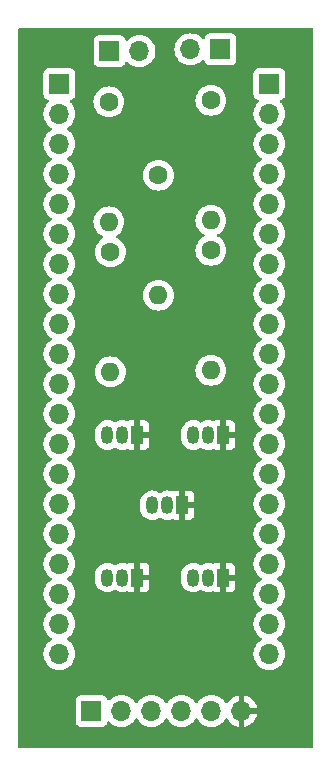
<source format=gbr>
%TF.GenerationSoftware,KiCad,Pcbnew,7.0.8-7.0.8~ubuntu22.04.1*%
%TF.CreationDate,2023-10-22T16:35:48+11:00*%
%TF.ProjectId,usbcontroller-c64,75736263-6f6e-4747-926f-6c6c65722d63,v01*%
%TF.SameCoordinates,Original*%
%TF.FileFunction,Copper,L2,Bot*%
%TF.FilePolarity,Positive*%
%FSLAX46Y46*%
G04 Gerber Fmt 4.6, Leading zero omitted, Abs format (unit mm)*
G04 Created by KiCad (PCBNEW 7.0.8-7.0.8~ubuntu22.04.1) date 2023-10-22 16:35:48*
%MOMM*%
%LPD*%
G01*
G04 APERTURE LIST*
%TA.AperFunction,ComponentPad*%
%ADD10R,1.700000X1.700000*%
%TD*%
%TA.AperFunction,ComponentPad*%
%ADD11O,1.700000X1.700000*%
%TD*%
%TA.AperFunction,ComponentPad*%
%ADD12R,1.050000X1.500000*%
%TD*%
%TA.AperFunction,ComponentPad*%
%ADD13O,1.050000X1.500000*%
%TD*%
%TA.AperFunction,ComponentPad*%
%ADD14C,1.600000*%
%TD*%
%TA.AperFunction,ComponentPad*%
%ADD15O,1.600000X1.600000*%
%TD*%
G04 APERTURE END LIST*
D10*
%TO.P,J1,1,Pin_1*%
%TO.N,Net-(J1-Pin_1)*%
X143510000Y-93726000D03*
D11*
%TO.P,J1,2,Pin_2*%
%TO.N,Net-(J1-Pin_2)*%
X143510000Y-96266000D03*
%TO.P,J1,3,Pin_3*%
%TO.N,unconnected-(J1-Pin_3-Pad3)*%
X143510000Y-98806000D03*
%TO.P,J1,4,Pin_4*%
%TO.N,Net-(J1-Pin_4)*%
X143510000Y-101346000D03*
%TO.P,J1,5,Pin_5*%
%TO.N,Net-(J1-Pin_5)*%
X143510000Y-103886000D03*
%TO.P,J1,6,Pin_6*%
%TO.N,Net-(J1-Pin_6)*%
X143510000Y-106426000D03*
%TO.P,J1,7,Pin_7*%
%TO.N,unconnected-(J1-Pin_7-Pad7)*%
X143510000Y-108966000D03*
%TO.P,J1,8,Pin_8*%
%TO.N,unconnected-(J1-Pin_8-Pad8)*%
X143510000Y-111506000D03*
%TO.P,J1,9,Pin_9*%
%TO.N,unconnected-(J1-Pin_9-Pad9)*%
X143510000Y-114046000D03*
%TO.P,J1,10,Pin_10*%
%TO.N,unconnected-(J1-Pin_10-Pad10)*%
X143510000Y-116586000D03*
%TO.P,J1,11,Pin_11*%
%TO.N,unconnected-(J1-Pin_11-Pad11)*%
X143510000Y-119126000D03*
%TO.P,J1,12,Pin_12*%
%TO.N,unconnected-(J1-Pin_12-Pad12)*%
X143510000Y-121666000D03*
%TO.P,J1,13,Pin_13*%
%TO.N,unconnected-(J1-Pin_13-Pad13)*%
X143510000Y-124206000D03*
%TO.P,J1,14,Pin_14*%
%TO.N,unconnected-(J1-Pin_14-Pad14)*%
X143510000Y-126746000D03*
%TO.P,J1,15,Pin_15*%
%TO.N,unconnected-(J1-Pin_15-Pad15)*%
X143510000Y-129286000D03*
%TO.P,J1,16,Pin_16*%
%TO.N,unconnected-(J1-Pin_16-Pad16)*%
X143510000Y-131826000D03*
%TO.P,J1,17,Pin_17*%
%TO.N,unconnected-(J1-Pin_17-Pad17)*%
X143510000Y-134366000D03*
%TO.P,J1,18,Pin_18*%
%TO.N,unconnected-(J1-Pin_18-Pad18)*%
X143510000Y-136906000D03*
%TO.P,J1,19,Pin_19*%
%TO.N,unconnected-(J1-Pin_19-Pad19)*%
X143510000Y-139446000D03*
%TO.P,J1,20,Pin_20*%
%TO.N,unconnected-(J1-Pin_20-Pad20)*%
X143510000Y-141986000D03*
%TD*%
D12*
%TO.P,Q5,1,E*%
%TO.N,GND*%
X157378400Y-123469400D03*
D13*
%TO.P,Q5,2,B*%
%TO.N,Net-(Q5-B)*%
X156108400Y-123469400D03*
%TO.P,Q5,3,C*%
%TO.N,Net-(J3-Pin_4)*%
X154838400Y-123469400D03*
%TD*%
D12*
%TO.P,Q3,1,E*%
%TO.N,GND*%
X150114000Y-123465000D03*
D13*
%TO.P,Q3,2,B*%
%TO.N,Net-(Q3-B)*%
X148844000Y-123465000D03*
%TO.P,Q3,3,C*%
%TO.N,Net-(J3-Pin_1)*%
X147574000Y-123465000D03*
%TD*%
D14*
%TO.P,R2,1*%
%TO.N,Net-(J1-Pin_5)*%
X151892000Y-101473000D03*
D15*
%TO.P,R2,2*%
%TO.N,Net-(Q2-B)*%
X151892000Y-111633000D03*
%TD*%
D12*
%TO.P,Q1,1,E*%
%TO.N,GND*%
X150114000Y-135530000D03*
D13*
%TO.P,Q1,2,B*%
%TO.N,Net-(Q1-B)*%
X148844000Y-135530000D03*
%TO.P,Q1,3,C*%
%TO.N,Net-(J3-Pin_2)*%
X147574000Y-135530000D03*
%TD*%
D10*
%TO.P,J3,1,Pin_1*%
%TO.N,Net-(J3-Pin_1)*%
X146227800Y-146812000D03*
D11*
%TO.P,J3,2,Pin_2*%
%TO.N,Net-(J3-Pin_2)*%
X148767800Y-146812000D03*
%TO.P,J3,3,Pin_3*%
%TO.N,Net-(J3-Pin_3)*%
X151307800Y-146812000D03*
%TO.P,J3,4,Pin_4*%
%TO.N,Net-(J3-Pin_4)*%
X153847800Y-146812000D03*
%TO.P,J3,5,Pin_5*%
%TO.N,Net-(J3-Pin_5)*%
X156387800Y-146812000D03*
%TO.P,J3,6,Pin_6*%
%TO.N,GND*%
X158927800Y-146812000D03*
%TD*%
D10*
%TO.P,J4,1,Pin_1*%
%TO.N,Net-(J2-Pin_1)*%
X157149800Y-90805000D03*
D11*
%TO.P,J4,2,Pin_2*%
%TO.N,Net-(J2-Pin_3)*%
X154609800Y-90805000D03*
%TD*%
D14*
%TO.P,R1,1*%
%TO.N,Net-(J1-Pin_4)*%
X147701000Y-95250000D03*
D15*
%TO.P,R1,2*%
%TO.N,Net-(Q1-B)*%
X147701000Y-105410000D03*
%TD*%
D14*
%TO.P,R3,1*%
%TO.N,Net-(J1-Pin_6)*%
X147828000Y-107950000D03*
D15*
%TO.P,R3,2*%
%TO.N,Net-(Q3-B)*%
X147828000Y-118110000D03*
%TD*%
D12*
%TO.P,Q2,1,E*%
%TO.N,GND*%
X153924000Y-129413000D03*
D13*
%TO.P,Q2,2,B*%
%TO.N,Net-(Q2-B)*%
X152654000Y-129413000D03*
%TO.P,Q2,3,C*%
%TO.N,Net-(J3-Pin_3)*%
X151384000Y-129413000D03*
%TD*%
D14*
%TO.P,R4,1*%
%TO.N,Net-(J2-Pin_7)*%
X156337000Y-95123000D03*
D15*
%TO.P,R4,2*%
%TO.N,Net-(Q4-B)*%
X156337000Y-105283000D03*
%TD*%
D14*
%TO.P,R5,1*%
%TO.N,Net-(J2-Pin_9)*%
X156337000Y-107823000D03*
D15*
%TO.P,R5,2*%
%TO.N,Net-(Q5-B)*%
X156337000Y-117983000D03*
%TD*%
D12*
%TO.P,Q4,1,E*%
%TO.N,GND*%
X157378400Y-135534400D03*
D13*
%TO.P,Q4,2,B*%
%TO.N,Net-(Q4-B)*%
X156108400Y-135534400D03*
%TO.P,Q4,3,C*%
%TO.N,Net-(J3-Pin_5)*%
X154838400Y-135534400D03*
%TD*%
D10*
%TO.P,J5,1,Pin_1*%
%TO.N,Net-(J1-Pin_1)*%
X147751800Y-90957400D03*
D11*
%TO.P,J5,2,Pin_2*%
%TO.N,Net-(J1-Pin_2)*%
X150291800Y-90957400D03*
%TD*%
D10*
%TO.P,J2,1,Pin_1*%
%TO.N,Net-(J2-Pin_1)*%
X161290000Y-93726000D03*
D11*
%TO.P,J2,2,Pin_2*%
%TO.N,unconnected-(J2-Pin_2-Pad2)*%
X161290000Y-96266000D03*
%TO.P,J2,3,Pin_3*%
%TO.N,Net-(J2-Pin_3)*%
X161290000Y-98806000D03*
%TO.P,J2,4,Pin_4*%
%TO.N,unconnected-(J2-Pin_4-Pad4)*%
X161290000Y-101346000D03*
%TO.P,J2,5,Pin_5*%
%TO.N,unconnected-(J2-Pin_5-Pad5)*%
X161290000Y-103886000D03*
%TO.P,J2,6,Pin_6*%
%TO.N,unconnected-(J2-Pin_6-Pad6)*%
X161290000Y-106426000D03*
%TO.P,J2,7,Pin_7*%
%TO.N,Net-(J2-Pin_7)*%
X161290000Y-108966000D03*
%TO.P,J2,8,Pin_8*%
%TO.N,unconnected-(J2-Pin_8-Pad8)*%
X161290000Y-111506000D03*
%TO.P,J2,9,Pin_9*%
%TO.N,Net-(J2-Pin_9)*%
X161290000Y-114046000D03*
%TO.P,J2,10,Pin_10*%
%TO.N,unconnected-(J2-Pin_10-Pad10)*%
X161290000Y-116586000D03*
%TO.P,J2,11,Pin_11*%
%TO.N,unconnected-(J2-Pin_11-Pad11)*%
X161290000Y-119126000D03*
%TO.P,J2,12,Pin_12*%
%TO.N,unconnected-(J2-Pin_12-Pad12)*%
X161290000Y-121666000D03*
%TO.P,J2,13,Pin_13*%
%TO.N,unconnected-(J2-Pin_13-Pad13)*%
X161290000Y-124206000D03*
%TO.P,J2,14,Pin_14*%
%TO.N,unconnected-(J2-Pin_14-Pad14)*%
X161290000Y-126746000D03*
%TO.P,J2,15,Pin_15*%
%TO.N,unconnected-(J2-Pin_15-Pad15)*%
X161290000Y-129286000D03*
%TO.P,J2,16,Pin_16*%
%TO.N,unconnected-(J2-Pin_16-Pad16)*%
X161290000Y-131826000D03*
%TO.P,J2,17,Pin_17*%
%TO.N,unconnected-(J2-Pin_17-Pad17)*%
X161290000Y-134366000D03*
%TO.P,J2,18,Pin_18*%
%TO.N,unconnected-(J2-Pin_18-Pad18)*%
X161290000Y-136906000D03*
%TO.P,J2,19,Pin_19*%
%TO.N,unconnected-(J2-Pin_19-Pad19)*%
X161290000Y-139446000D03*
%TO.P,J2,20,Pin_20*%
%TO.N,unconnected-(J2-Pin_20-Pad20)*%
X161290000Y-141986000D03*
%TD*%
%TA.AperFunction,Conductor*%
%TO.N,GND*%
G36*
X164942539Y-89020185D02*
G01*
X164988294Y-89072989D01*
X164999500Y-89124500D01*
X164999500Y-149875500D01*
X164979815Y-149942539D01*
X164927011Y-149988294D01*
X164875500Y-149999500D01*
X140124500Y-149999500D01*
X140057461Y-149979815D01*
X140011706Y-149927011D01*
X140000500Y-149875500D01*
X140000500Y-147709870D01*
X144877300Y-147709870D01*
X144877301Y-147709876D01*
X144883708Y-147769483D01*
X144934002Y-147904328D01*
X144934006Y-147904335D01*
X145020252Y-148019544D01*
X145020255Y-148019547D01*
X145135464Y-148105793D01*
X145135471Y-148105797D01*
X145270317Y-148156091D01*
X145270316Y-148156091D01*
X145277244Y-148156835D01*
X145329927Y-148162500D01*
X147125672Y-148162499D01*
X147185283Y-148156091D01*
X147320131Y-148105796D01*
X147435346Y-148019546D01*
X147521596Y-147904331D01*
X147570610Y-147772916D01*
X147612481Y-147716984D01*
X147677945Y-147692566D01*
X147746218Y-147707417D01*
X147774473Y-147728569D01*
X147896399Y-147850495D01*
X147993184Y-147918265D01*
X148089965Y-147986032D01*
X148089967Y-147986033D01*
X148089970Y-147986035D01*
X148304137Y-148085903D01*
X148532392Y-148147063D01*
X148708834Y-148162500D01*
X148767799Y-148167659D01*
X148767800Y-148167659D01*
X148767801Y-148167659D01*
X148826766Y-148162500D01*
X149003208Y-148147063D01*
X149231463Y-148085903D01*
X149445630Y-147986035D01*
X149639201Y-147850495D01*
X149806295Y-147683401D01*
X149936225Y-147497842D01*
X149990802Y-147454217D01*
X150060300Y-147447023D01*
X150122655Y-147478546D01*
X150139375Y-147497842D01*
X150269081Y-147683082D01*
X150269305Y-147683401D01*
X150436399Y-147850495D01*
X150533184Y-147918265D01*
X150629965Y-147986032D01*
X150629967Y-147986033D01*
X150629970Y-147986035D01*
X150844137Y-148085903D01*
X151072392Y-148147063D01*
X151248834Y-148162500D01*
X151307799Y-148167659D01*
X151307800Y-148167659D01*
X151307801Y-148167659D01*
X151366766Y-148162500D01*
X151543208Y-148147063D01*
X151771463Y-148085903D01*
X151985630Y-147986035D01*
X152179201Y-147850495D01*
X152346295Y-147683401D01*
X152476225Y-147497842D01*
X152530802Y-147454217D01*
X152600300Y-147447023D01*
X152662655Y-147478546D01*
X152679375Y-147497842D01*
X152809081Y-147683082D01*
X152809305Y-147683401D01*
X152976399Y-147850495D01*
X153073184Y-147918265D01*
X153169965Y-147986032D01*
X153169967Y-147986033D01*
X153169970Y-147986035D01*
X153384137Y-148085903D01*
X153612392Y-148147063D01*
X153788834Y-148162500D01*
X153847799Y-148167659D01*
X153847800Y-148167659D01*
X153847801Y-148167659D01*
X153906766Y-148162500D01*
X154083208Y-148147063D01*
X154311463Y-148085903D01*
X154525630Y-147986035D01*
X154719201Y-147850495D01*
X154886295Y-147683401D01*
X155016225Y-147497842D01*
X155070802Y-147454217D01*
X155140300Y-147447023D01*
X155202655Y-147478546D01*
X155219375Y-147497842D01*
X155349081Y-147683082D01*
X155349305Y-147683401D01*
X155516399Y-147850495D01*
X155613184Y-147918265D01*
X155709965Y-147986032D01*
X155709967Y-147986033D01*
X155709970Y-147986035D01*
X155924137Y-148085903D01*
X156152392Y-148147063D01*
X156328834Y-148162500D01*
X156387799Y-148167659D01*
X156387800Y-148167659D01*
X156387801Y-148167659D01*
X156446766Y-148162500D01*
X156623208Y-148147063D01*
X156851463Y-148085903D01*
X157065630Y-147986035D01*
X157259201Y-147850495D01*
X157426295Y-147683401D01*
X157556530Y-147497405D01*
X157611107Y-147453781D01*
X157680605Y-147446587D01*
X157742960Y-147478110D01*
X157759679Y-147497405D01*
X157889690Y-147683078D01*
X158056717Y-147850105D01*
X158250221Y-147985600D01*
X158464307Y-148085429D01*
X158464316Y-148085433D01*
X158677800Y-148142634D01*
X158677800Y-147247501D01*
X158785485Y-147296680D01*
X158892037Y-147312000D01*
X158963563Y-147312000D01*
X159070115Y-147296680D01*
X159177800Y-147247501D01*
X159177800Y-148142633D01*
X159391283Y-148085433D01*
X159391292Y-148085429D01*
X159605378Y-147985600D01*
X159798882Y-147850105D01*
X159965905Y-147683082D01*
X160101400Y-147489578D01*
X160201229Y-147275492D01*
X160201232Y-147275486D01*
X160258436Y-147062000D01*
X159361486Y-147062000D01*
X159387293Y-147021844D01*
X159427800Y-146883889D01*
X159427800Y-146740111D01*
X159387293Y-146602156D01*
X159361486Y-146562000D01*
X160258436Y-146562000D01*
X160258435Y-146561999D01*
X160201232Y-146348513D01*
X160201229Y-146348507D01*
X160101400Y-146134422D01*
X160101399Y-146134420D01*
X159965913Y-145940926D01*
X159965908Y-145940920D01*
X159798882Y-145773894D01*
X159605378Y-145638399D01*
X159391292Y-145538570D01*
X159391286Y-145538567D01*
X159177800Y-145481364D01*
X159177800Y-146376498D01*
X159070115Y-146327320D01*
X158963563Y-146312000D01*
X158892037Y-146312000D01*
X158785485Y-146327320D01*
X158677800Y-146376498D01*
X158677800Y-145481364D01*
X158677799Y-145481364D01*
X158464313Y-145538567D01*
X158464307Y-145538570D01*
X158250222Y-145638399D01*
X158250220Y-145638400D01*
X158056726Y-145773886D01*
X158056720Y-145773891D01*
X157889691Y-145940920D01*
X157889690Y-145940922D01*
X157759680Y-146126595D01*
X157705103Y-146170219D01*
X157635604Y-146177412D01*
X157573250Y-146145890D01*
X157556530Y-146126594D01*
X157426294Y-145940597D01*
X157259202Y-145773506D01*
X157259195Y-145773501D01*
X157065634Y-145637967D01*
X157065630Y-145637965D01*
X157065628Y-145637964D01*
X156851463Y-145538097D01*
X156851459Y-145538096D01*
X156851455Y-145538094D01*
X156623213Y-145476938D01*
X156623203Y-145476936D01*
X156387801Y-145456341D01*
X156387799Y-145456341D01*
X156152396Y-145476936D01*
X156152386Y-145476938D01*
X155924144Y-145538094D01*
X155924135Y-145538098D01*
X155709971Y-145637964D01*
X155709969Y-145637965D01*
X155516397Y-145773505D01*
X155349305Y-145940597D01*
X155219375Y-146126158D01*
X155164798Y-146169783D01*
X155095300Y-146176977D01*
X155032945Y-146145454D01*
X155016225Y-146126158D01*
X154886294Y-145940597D01*
X154719202Y-145773506D01*
X154719195Y-145773501D01*
X154525634Y-145637967D01*
X154525630Y-145637965D01*
X154525628Y-145637964D01*
X154311463Y-145538097D01*
X154311459Y-145538096D01*
X154311455Y-145538094D01*
X154083213Y-145476938D01*
X154083203Y-145476936D01*
X153847801Y-145456341D01*
X153847799Y-145456341D01*
X153612396Y-145476936D01*
X153612386Y-145476938D01*
X153384144Y-145538094D01*
X153384135Y-145538098D01*
X153169971Y-145637964D01*
X153169969Y-145637965D01*
X152976397Y-145773505D01*
X152809305Y-145940597D01*
X152679375Y-146126158D01*
X152624798Y-146169783D01*
X152555300Y-146176977D01*
X152492945Y-146145454D01*
X152476225Y-146126158D01*
X152346294Y-145940597D01*
X152179202Y-145773506D01*
X152179195Y-145773501D01*
X151985634Y-145637967D01*
X151985630Y-145637965D01*
X151985628Y-145637964D01*
X151771463Y-145538097D01*
X151771459Y-145538096D01*
X151771455Y-145538094D01*
X151543213Y-145476938D01*
X151543203Y-145476936D01*
X151307801Y-145456341D01*
X151307799Y-145456341D01*
X151072396Y-145476936D01*
X151072386Y-145476938D01*
X150844144Y-145538094D01*
X150844135Y-145538098D01*
X150629971Y-145637964D01*
X150629969Y-145637965D01*
X150436397Y-145773505D01*
X150269305Y-145940597D01*
X150139375Y-146126158D01*
X150084798Y-146169783D01*
X150015300Y-146176977D01*
X149952945Y-146145454D01*
X149936225Y-146126158D01*
X149806294Y-145940597D01*
X149639202Y-145773506D01*
X149639195Y-145773501D01*
X149445634Y-145637967D01*
X149445630Y-145637965D01*
X149445628Y-145637964D01*
X149231463Y-145538097D01*
X149231459Y-145538096D01*
X149231455Y-145538094D01*
X149003213Y-145476938D01*
X149003203Y-145476936D01*
X148767801Y-145456341D01*
X148767799Y-145456341D01*
X148532396Y-145476936D01*
X148532386Y-145476938D01*
X148304144Y-145538094D01*
X148304135Y-145538098D01*
X148089971Y-145637964D01*
X148089969Y-145637965D01*
X147896400Y-145773503D01*
X147774473Y-145895430D01*
X147713150Y-145928914D01*
X147643458Y-145923930D01*
X147587525Y-145882058D01*
X147570610Y-145851081D01*
X147521597Y-145719671D01*
X147521593Y-145719664D01*
X147435347Y-145604455D01*
X147435344Y-145604452D01*
X147320135Y-145518206D01*
X147320128Y-145518202D01*
X147185282Y-145467908D01*
X147185283Y-145467908D01*
X147125683Y-145461501D01*
X147125681Y-145461500D01*
X147125673Y-145461500D01*
X147125664Y-145461500D01*
X145329929Y-145461500D01*
X145329923Y-145461501D01*
X145270316Y-145467908D01*
X145135471Y-145518202D01*
X145135464Y-145518206D01*
X145020255Y-145604452D01*
X145020252Y-145604455D01*
X144934006Y-145719664D01*
X144934002Y-145719671D01*
X144883708Y-145854517D01*
X144877301Y-145914116D01*
X144877300Y-145914135D01*
X144877300Y-147709870D01*
X140000500Y-147709870D01*
X140000500Y-141986000D01*
X142154341Y-141986000D01*
X142174936Y-142221403D01*
X142174938Y-142221413D01*
X142236094Y-142449655D01*
X142236096Y-142449659D01*
X142236097Y-142449663D01*
X142335965Y-142663830D01*
X142335967Y-142663834D01*
X142444281Y-142818521D01*
X142471505Y-142857401D01*
X142638599Y-143024495D01*
X142735384Y-143092265D01*
X142832165Y-143160032D01*
X142832167Y-143160033D01*
X142832170Y-143160035D01*
X143046337Y-143259903D01*
X143274592Y-143321063D01*
X143462918Y-143337539D01*
X143509999Y-143341659D01*
X143510000Y-143341659D01*
X143510001Y-143341659D01*
X143549234Y-143338226D01*
X143745408Y-143321063D01*
X143973663Y-143259903D01*
X144187830Y-143160035D01*
X144381401Y-143024495D01*
X144548495Y-142857401D01*
X144684035Y-142663830D01*
X144783903Y-142449663D01*
X144845063Y-142221408D01*
X144865659Y-141986000D01*
X159934341Y-141986000D01*
X159954936Y-142221403D01*
X159954938Y-142221413D01*
X160016094Y-142449655D01*
X160016096Y-142449659D01*
X160016097Y-142449663D01*
X160115965Y-142663830D01*
X160115967Y-142663834D01*
X160224281Y-142818521D01*
X160251505Y-142857401D01*
X160418599Y-143024495D01*
X160515384Y-143092265D01*
X160612165Y-143160032D01*
X160612167Y-143160033D01*
X160612170Y-143160035D01*
X160826337Y-143259903D01*
X161054592Y-143321063D01*
X161242918Y-143337539D01*
X161289999Y-143341659D01*
X161290000Y-143341659D01*
X161290001Y-143341659D01*
X161329234Y-143338226D01*
X161525408Y-143321063D01*
X161753663Y-143259903D01*
X161967830Y-143160035D01*
X162161401Y-143024495D01*
X162328495Y-142857401D01*
X162464035Y-142663830D01*
X162563903Y-142449663D01*
X162625063Y-142221408D01*
X162645659Y-141986000D01*
X162625063Y-141750592D01*
X162563903Y-141522337D01*
X162464035Y-141308171D01*
X162328495Y-141114599D01*
X162328494Y-141114597D01*
X162161402Y-140947506D01*
X162161396Y-140947501D01*
X161975842Y-140817575D01*
X161932217Y-140762998D01*
X161925023Y-140693500D01*
X161956546Y-140631145D01*
X161975842Y-140614425D01*
X161998026Y-140598891D01*
X162161401Y-140484495D01*
X162328495Y-140317401D01*
X162464035Y-140123830D01*
X162563903Y-139909663D01*
X162625063Y-139681408D01*
X162645659Y-139446000D01*
X162625063Y-139210592D01*
X162563903Y-138982337D01*
X162464035Y-138768171D01*
X162328495Y-138574599D01*
X162328494Y-138574597D01*
X162161402Y-138407506D01*
X162161396Y-138407501D01*
X161975842Y-138277575D01*
X161932217Y-138222998D01*
X161925023Y-138153500D01*
X161956546Y-138091145D01*
X161975842Y-138074425D01*
X161998026Y-138058891D01*
X162161401Y-137944495D01*
X162328495Y-137777401D01*
X162464035Y-137583830D01*
X162563903Y-137369663D01*
X162625063Y-137141408D01*
X162645659Y-136906000D01*
X162625063Y-136670592D01*
X162563903Y-136442337D01*
X162464035Y-136228171D01*
X162328495Y-136034599D01*
X162328494Y-136034597D01*
X162161402Y-135867506D01*
X162161396Y-135867501D01*
X161975842Y-135737575D01*
X161932217Y-135682998D01*
X161925023Y-135613500D01*
X161956546Y-135551145D01*
X161975842Y-135534425D01*
X162026998Y-135498605D01*
X162161401Y-135404495D01*
X162328495Y-135237401D01*
X162464035Y-135043830D01*
X162563903Y-134829663D01*
X162625063Y-134601408D01*
X162645659Y-134366000D01*
X162625063Y-134130592D01*
X162563903Y-133902337D01*
X162464035Y-133688171D01*
X162328495Y-133494599D01*
X162328494Y-133494597D01*
X162161402Y-133327506D01*
X162161396Y-133327501D01*
X161975842Y-133197575D01*
X161932217Y-133142998D01*
X161925023Y-133073500D01*
X161956546Y-133011145D01*
X161975842Y-132994425D01*
X161998026Y-132978891D01*
X162161401Y-132864495D01*
X162328495Y-132697401D01*
X162464035Y-132503830D01*
X162563903Y-132289663D01*
X162625063Y-132061408D01*
X162645659Y-131826000D01*
X162625063Y-131590592D01*
X162563903Y-131362337D01*
X162464035Y-131148171D01*
X162328495Y-130954599D01*
X162328494Y-130954597D01*
X162161402Y-130787506D01*
X162161396Y-130787501D01*
X161975842Y-130657575D01*
X161932217Y-130602998D01*
X161925023Y-130533500D01*
X161956546Y-130471145D01*
X161975842Y-130454425D01*
X162046305Y-130405086D01*
X162161401Y-130324495D01*
X162328495Y-130157401D01*
X162464035Y-129963830D01*
X162563903Y-129749663D01*
X162625063Y-129521408D01*
X162645659Y-129286000D01*
X162625063Y-129050592D01*
X162563903Y-128822337D01*
X162464035Y-128608171D01*
X162427244Y-128555627D01*
X162328494Y-128414597D01*
X162161402Y-128247506D01*
X162161396Y-128247501D01*
X161975842Y-128117575D01*
X161932217Y-128062998D01*
X161925023Y-127993500D01*
X161956546Y-127931145D01*
X161975842Y-127914425D01*
X161998026Y-127898891D01*
X162161401Y-127784495D01*
X162328495Y-127617401D01*
X162464035Y-127423830D01*
X162563903Y-127209663D01*
X162625063Y-126981408D01*
X162645659Y-126746000D01*
X162625063Y-126510592D01*
X162563903Y-126282337D01*
X162464035Y-126068171D01*
X162328495Y-125874599D01*
X162328494Y-125874597D01*
X162161402Y-125707506D01*
X162161396Y-125707501D01*
X161975842Y-125577575D01*
X161932217Y-125522998D01*
X161925023Y-125453500D01*
X161956546Y-125391145D01*
X161975842Y-125374425D01*
X161998026Y-125358891D01*
X162161401Y-125244495D01*
X162328495Y-125077401D01*
X162464035Y-124883830D01*
X162563903Y-124669663D01*
X162625063Y-124441408D01*
X162645659Y-124206000D01*
X162625063Y-123970592D01*
X162563903Y-123742337D01*
X162464035Y-123528171D01*
X162444867Y-123500795D01*
X162328494Y-123334597D01*
X162161402Y-123167506D01*
X162161396Y-123167501D01*
X161975842Y-123037575D01*
X161932217Y-122982998D01*
X161925023Y-122913500D01*
X161956546Y-122851145D01*
X161975842Y-122834425D01*
X161998026Y-122818891D01*
X162161401Y-122704495D01*
X162328495Y-122537401D01*
X162464035Y-122343830D01*
X162563903Y-122129663D01*
X162625063Y-121901408D01*
X162645659Y-121666000D01*
X162625063Y-121430592D01*
X162563903Y-121202337D01*
X162464035Y-120988171D01*
X162328495Y-120794599D01*
X162328494Y-120794597D01*
X162161402Y-120627506D01*
X162161396Y-120627501D01*
X161975842Y-120497575D01*
X161932217Y-120442998D01*
X161925023Y-120373500D01*
X161956546Y-120311145D01*
X161975842Y-120294425D01*
X161998026Y-120278891D01*
X162161401Y-120164495D01*
X162328495Y-119997401D01*
X162464035Y-119803830D01*
X162563903Y-119589663D01*
X162625063Y-119361408D01*
X162645659Y-119126000D01*
X162625063Y-118890592D01*
X162563903Y-118662337D01*
X162464035Y-118448171D01*
X162450960Y-118429497D01*
X162328494Y-118254597D01*
X162161402Y-118087506D01*
X162161396Y-118087501D01*
X161975842Y-117957575D01*
X161932217Y-117902998D01*
X161925023Y-117833500D01*
X161956546Y-117771145D01*
X161975842Y-117754425D01*
X162105693Y-117663502D01*
X162161401Y-117624495D01*
X162328495Y-117457401D01*
X162464035Y-117263830D01*
X162563903Y-117049663D01*
X162625063Y-116821408D01*
X162645659Y-116586000D01*
X162625063Y-116350592D01*
X162563903Y-116122337D01*
X162464035Y-115908171D01*
X162328495Y-115714599D01*
X162328494Y-115714597D01*
X162161402Y-115547506D01*
X162161396Y-115547501D01*
X161975842Y-115417575D01*
X161932217Y-115362998D01*
X161925023Y-115293500D01*
X161956546Y-115231145D01*
X161975842Y-115214425D01*
X161998026Y-115198891D01*
X162161401Y-115084495D01*
X162328495Y-114917401D01*
X162464035Y-114723830D01*
X162563903Y-114509663D01*
X162625063Y-114281408D01*
X162645659Y-114046000D01*
X162625063Y-113810592D01*
X162563903Y-113582337D01*
X162464035Y-113368171D01*
X162328495Y-113174599D01*
X162328494Y-113174597D01*
X162161402Y-113007506D01*
X162161396Y-113007501D01*
X161975842Y-112877575D01*
X161932217Y-112822998D01*
X161925023Y-112753500D01*
X161956546Y-112691145D01*
X161975842Y-112674425D01*
X162034936Y-112633047D01*
X162161401Y-112544495D01*
X162328495Y-112377401D01*
X162464035Y-112183830D01*
X162563903Y-111969663D01*
X162625063Y-111741408D01*
X162645659Y-111506000D01*
X162625063Y-111270592D01*
X162563903Y-111042337D01*
X162464035Y-110828171D01*
X162328495Y-110634599D01*
X162328494Y-110634597D01*
X162161402Y-110467506D01*
X162161396Y-110467501D01*
X161975842Y-110337575D01*
X161932217Y-110282998D01*
X161925023Y-110213500D01*
X161956546Y-110151145D01*
X161975842Y-110134425D01*
X161998026Y-110118891D01*
X162161401Y-110004495D01*
X162328495Y-109837401D01*
X162464035Y-109643830D01*
X162563903Y-109429663D01*
X162625063Y-109201408D01*
X162645659Y-108966000D01*
X162625063Y-108730592D01*
X162563903Y-108502337D01*
X162464035Y-108288171D01*
X162450960Y-108269497D01*
X162328494Y-108094597D01*
X162161402Y-107927506D01*
X162161396Y-107927501D01*
X161975842Y-107797575D01*
X161932217Y-107742998D01*
X161925023Y-107673500D01*
X161956546Y-107611145D01*
X161975842Y-107594425D01*
X162105693Y-107503502D01*
X162161401Y-107464495D01*
X162328495Y-107297401D01*
X162464035Y-107103830D01*
X162563903Y-106889663D01*
X162625063Y-106661408D01*
X162645659Y-106426000D01*
X162644571Y-106413570D01*
X162625063Y-106190596D01*
X162625063Y-106190592D01*
X162563903Y-105962337D01*
X162464035Y-105748171D01*
X162450960Y-105729497D01*
X162328494Y-105554597D01*
X162161402Y-105387506D01*
X162161396Y-105387501D01*
X161975842Y-105257575D01*
X161932217Y-105202998D01*
X161925023Y-105133500D01*
X161956546Y-105071145D01*
X161975842Y-105054425D01*
X162105693Y-104963502D01*
X162161401Y-104924495D01*
X162328495Y-104757401D01*
X162464035Y-104563830D01*
X162563903Y-104349663D01*
X162625063Y-104121408D01*
X162645659Y-103886000D01*
X162625063Y-103650592D01*
X162563903Y-103422337D01*
X162464035Y-103208171D01*
X162328495Y-103014599D01*
X162328494Y-103014597D01*
X162161402Y-102847506D01*
X162161396Y-102847501D01*
X161975842Y-102717575D01*
X161932217Y-102662998D01*
X161925023Y-102593500D01*
X161956546Y-102531145D01*
X161975842Y-102514425D01*
X162034936Y-102473047D01*
X162161401Y-102384495D01*
X162328495Y-102217401D01*
X162464035Y-102023830D01*
X162563903Y-101809663D01*
X162625063Y-101581408D01*
X162645659Y-101346000D01*
X162625063Y-101110592D01*
X162563903Y-100882337D01*
X162464035Y-100668171D01*
X162328495Y-100474599D01*
X162328494Y-100474597D01*
X162161402Y-100307506D01*
X162161396Y-100307501D01*
X161975842Y-100177575D01*
X161932217Y-100122998D01*
X161925023Y-100053500D01*
X161956546Y-99991145D01*
X161975842Y-99974425D01*
X161998026Y-99958891D01*
X162161401Y-99844495D01*
X162328495Y-99677401D01*
X162464035Y-99483830D01*
X162563903Y-99269663D01*
X162625063Y-99041408D01*
X162645659Y-98806000D01*
X162625063Y-98570592D01*
X162563903Y-98342337D01*
X162464035Y-98128171D01*
X162328495Y-97934599D01*
X162328494Y-97934597D01*
X162161402Y-97767506D01*
X162161396Y-97767501D01*
X161975842Y-97637575D01*
X161932217Y-97582998D01*
X161925023Y-97513500D01*
X161956546Y-97451145D01*
X161975842Y-97434425D01*
X161998026Y-97418891D01*
X162161401Y-97304495D01*
X162328495Y-97137401D01*
X162464035Y-96943830D01*
X162563903Y-96729663D01*
X162625063Y-96501408D01*
X162645659Y-96266000D01*
X162625063Y-96030592D01*
X162563903Y-95802337D01*
X162464035Y-95588171D01*
X162450959Y-95569497D01*
X162328496Y-95394600D01*
X162283582Y-95349686D01*
X162206567Y-95272671D01*
X162173084Y-95211351D01*
X162178068Y-95141659D01*
X162219939Y-95085725D01*
X162250915Y-95068810D01*
X162382331Y-95019796D01*
X162497546Y-94933546D01*
X162583796Y-94818331D01*
X162634091Y-94683483D01*
X162640500Y-94623873D01*
X162640499Y-92828128D01*
X162634091Y-92768517D01*
X162583796Y-92633669D01*
X162583795Y-92633668D01*
X162583793Y-92633664D01*
X162497547Y-92518455D01*
X162497544Y-92518452D01*
X162382335Y-92432206D01*
X162382328Y-92432202D01*
X162247482Y-92381908D01*
X162247483Y-92381908D01*
X162187883Y-92375501D01*
X162187881Y-92375500D01*
X162187873Y-92375500D01*
X162187864Y-92375500D01*
X160392129Y-92375500D01*
X160392123Y-92375501D01*
X160332516Y-92381908D01*
X160197671Y-92432202D01*
X160197664Y-92432206D01*
X160082455Y-92518452D01*
X160082452Y-92518455D01*
X159996206Y-92633664D01*
X159996202Y-92633671D01*
X159945908Y-92768517D01*
X159939501Y-92828116D01*
X159939501Y-92828123D01*
X159939500Y-92828135D01*
X159939500Y-94623870D01*
X159939501Y-94623876D01*
X159945908Y-94683483D01*
X159996202Y-94818328D01*
X159996206Y-94818335D01*
X160082452Y-94933544D01*
X160082455Y-94933547D01*
X160197664Y-95019793D01*
X160197671Y-95019797D01*
X160329081Y-95068810D01*
X160385015Y-95110681D01*
X160409432Y-95176145D01*
X160394580Y-95244418D01*
X160373430Y-95272673D01*
X160251503Y-95394600D01*
X160115965Y-95588169D01*
X160115964Y-95588171D01*
X160016098Y-95802335D01*
X160016094Y-95802344D01*
X159954938Y-96030586D01*
X159954936Y-96030596D01*
X159934341Y-96265999D01*
X159934341Y-96266000D01*
X159954936Y-96501403D01*
X159954938Y-96501413D01*
X160016094Y-96729655D01*
X160016096Y-96729659D01*
X160016097Y-96729663D01*
X160115965Y-96943830D01*
X160115967Y-96943834D01*
X160251501Y-97137395D01*
X160251506Y-97137402D01*
X160418597Y-97304493D01*
X160418603Y-97304498D01*
X160604158Y-97434425D01*
X160647783Y-97489002D01*
X160654977Y-97558500D01*
X160623454Y-97620855D01*
X160604158Y-97637575D01*
X160418597Y-97767505D01*
X160251505Y-97934597D01*
X160115965Y-98128169D01*
X160115964Y-98128171D01*
X160016098Y-98342335D01*
X160016094Y-98342344D01*
X159954938Y-98570586D01*
X159954936Y-98570596D01*
X159934341Y-98805999D01*
X159934341Y-98806000D01*
X159954936Y-99041403D01*
X159954938Y-99041413D01*
X160016094Y-99269655D01*
X160016096Y-99269659D01*
X160016097Y-99269663D01*
X160115965Y-99483830D01*
X160115967Y-99483834D01*
X160251501Y-99677395D01*
X160251506Y-99677402D01*
X160418597Y-99844493D01*
X160418603Y-99844498D01*
X160604158Y-99974425D01*
X160647783Y-100029002D01*
X160654977Y-100098500D01*
X160623454Y-100160855D01*
X160604158Y-100177575D01*
X160418597Y-100307505D01*
X160251505Y-100474597D01*
X160115965Y-100668169D01*
X160115964Y-100668171D01*
X160016098Y-100882335D01*
X160016094Y-100882344D01*
X159954938Y-101110586D01*
X159954936Y-101110596D01*
X159934341Y-101345999D01*
X159934341Y-101346000D01*
X159954936Y-101581403D01*
X159954938Y-101581413D01*
X160016094Y-101809655D01*
X160016096Y-101809659D01*
X160016097Y-101809663D01*
X160067313Y-101919496D01*
X160115965Y-102023830D01*
X160115967Y-102023834D01*
X160251501Y-102217395D01*
X160251506Y-102217402D01*
X160418597Y-102384493D01*
X160418603Y-102384498D01*
X160604158Y-102514425D01*
X160647783Y-102569002D01*
X160654977Y-102638500D01*
X160623454Y-102700855D01*
X160604158Y-102717575D01*
X160418597Y-102847505D01*
X160251505Y-103014597D01*
X160115965Y-103208169D01*
X160115964Y-103208171D01*
X160016098Y-103422335D01*
X160016094Y-103422344D01*
X159954938Y-103650586D01*
X159954936Y-103650596D01*
X159934341Y-103885999D01*
X159934341Y-103886000D01*
X159954936Y-104121403D01*
X159954938Y-104121413D01*
X160016094Y-104349655D01*
X160016096Y-104349659D01*
X160016097Y-104349663D01*
X160115965Y-104563830D01*
X160115967Y-104563834D01*
X160224281Y-104718521D01*
X160251410Y-104757266D01*
X160251501Y-104757395D01*
X160251506Y-104757402D01*
X160418597Y-104924493D01*
X160418603Y-104924498D01*
X160604158Y-105054425D01*
X160647783Y-105109002D01*
X160654977Y-105178500D01*
X160623454Y-105240855D01*
X160604158Y-105257575D01*
X160418597Y-105387505D01*
X160251505Y-105554597D01*
X160115965Y-105748169D01*
X160115964Y-105748171D01*
X160016098Y-105962335D01*
X160016094Y-105962344D01*
X159954938Y-106190586D01*
X159954936Y-106190596D01*
X159934341Y-106425999D01*
X159934341Y-106426000D01*
X159954936Y-106661403D01*
X159954938Y-106661413D01*
X160016094Y-106889655D01*
X160016096Y-106889659D01*
X160016097Y-106889663D01*
X160115965Y-107103830D01*
X160115967Y-107103834D01*
X160224281Y-107258521D01*
X160251410Y-107297266D01*
X160251501Y-107297395D01*
X160251506Y-107297402D01*
X160418597Y-107464493D01*
X160418603Y-107464498D01*
X160604158Y-107594425D01*
X160647783Y-107649002D01*
X160654977Y-107718500D01*
X160623454Y-107780855D01*
X160604158Y-107797575D01*
X160418597Y-107927505D01*
X160251505Y-108094597D01*
X160115965Y-108288169D01*
X160115964Y-108288171D01*
X160016098Y-108502335D01*
X160016094Y-108502344D01*
X159954938Y-108730586D01*
X159954936Y-108730596D01*
X159934341Y-108965999D01*
X159934341Y-108966000D01*
X159954936Y-109201403D01*
X159954938Y-109201413D01*
X160016094Y-109429655D01*
X160016096Y-109429659D01*
X160016097Y-109429663D01*
X160115965Y-109643830D01*
X160115967Y-109643834D01*
X160251501Y-109837395D01*
X160251506Y-109837402D01*
X160418597Y-110004493D01*
X160418603Y-110004498D01*
X160604158Y-110134425D01*
X160647783Y-110189002D01*
X160654977Y-110258500D01*
X160623454Y-110320855D01*
X160604158Y-110337575D01*
X160418597Y-110467505D01*
X160251505Y-110634597D01*
X160115965Y-110828169D01*
X160115964Y-110828171D01*
X160016098Y-111042335D01*
X160016094Y-111042344D01*
X159954938Y-111270586D01*
X159954936Y-111270596D01*
X159934341Y-111505999D01*
X159934341Y-111506000D01*
X159954936Y-111741403D01*
X159954938Y-111741413D01*
X160016094Y-111969655D01*
X160016096Y-111969659D01*
X160016097Y-111969663D01*
X160067313Y-112079496D01*
X160115965Y-112183830D01*
X160115967Y-112183834D01*
X160251501Y-112377395D01*
X160251506Y-112377402D01*
X160418597Y-112544493D01*
X160418603Y-112544498D01*
X160604158Y-112674425D01*
X160647783Y-112729002D01*
X160654977Y-112798500D01*
X160623454Y-112860855D01*
X160604158Y-112877575D01*
X160418597Y-113007505D01*
X160251505Y-113174597D01*
X160115965Y-113368169D01*
X160115964Y-113368171D01*
X160016098Y-113582335D01*
X160016094Y-113582344D01*
X159954938Y-113810586D01*
X159954936Y-113810596D01*
X159934341Y-114045999D01*
X159934341Y-114046000D01*
X159954936Y-114281403D01*
X159954938Y-114281413D01*
X160016094Y-114509655D01*
X160016096Y-114509659D01*
X160016097Y-114509663D01*
X160115965Y-114723830D01*
X160115967Y-114723834D01*
X160251501Y-114917395D01*
X160251506Y-114917402D01*
X160418597Y-115084493D01*
X160418603Y-115084498D01*
X160604158Y-115214425D01*
X160647783Y-115269002D01*
X160654977Y-115338500D01*
X160623454Y-115400855D01*
X160604158Y-115417575D01*
X160418597Y-115547505D01*
X160251505Y-115714597D01*
X160115965Y-115908169D01*
X160115964Y-115908171D01*
X160016098Y-116122335D01*
X160016094Y-116122344D01*
X159954938Y-116350586D01*
X159954936Y-116350596D01*
X159934341Y-116585999D01*
X159934341Y-116586000D01*
X159954936Y-116821403D01*
X159954938Y-116821413D01*
X160016094Y-117049655D01*
X160016096Y-117049659D01*
X160016097Y-117049663D01*
X160115965Y-117263830D01*
X160115967Y-117263834D01*
X160224281Y-117418521D01*
X160251410Y-117457266D01*
X160251501Y-117457395D01*
X160251506Y-117457402D01*
X160418597Y-117624493D01*
X160418603Y-117624498D01*
X160604158Y-117754425D01*
X160647783Y-117809002D01*
X160654977Y-117878500D01*
X160623454Y-117940855D01*
X160604158Y-117957575D01*
X160418597Y-118087505D01*
X160251505Y-118254597D01*
X160115965Y-118448169D01*
X160115964Y-118448171D01*
X160016098Y-118662335D01*
X160016094Y-118662344D01*
X159954938Y-118890586D01*
X159954936Y-118890596D01*
X159934341Y-119125999D01*
X159934341Y-119126000D01*
X159954936Y-119361403D01*
X159954938Y-119361413D01*
X160016094Y-119589655D01*
X160016096Y-119589659D01*
X160016097Y-119589663D01*
X160115965Y-119803830D01*
X160115967Y-119803834D01*
X160251501Y-119997395D01*
X160251506Y-119997402D01*
X160418597Y-120164493D01*
X160418603Y-120164498D01*
X160604158Y-120294425D01*
X160647783Y-120349002D01*
X160654977Y-120418500D01*
X160623454Y-120480855D01*
X160604158Y-120497575D01*
X160418597Y-120627505D01*
X160251505Y-120794597D01*
X160115965Y-120988169D01*
X160115964Y-120988171D01*
X160016098Y-121202335D01*
X160016094Y-121202344D01*
X159954938Y-121430586D01*
X159954936Y-121430596D01*
X159934341Y-121665999D01*
X159934341Y-121666000D01*
X159954936Y-121901403D01*
X159954938Y-121901413D01*
X160016094Y-122129655D01*
X160016096Y-122129659D01*
X160016097Y-122129663D01*
X160092209Y-122292886D01*
X160115965Y-122343830D01*
X160115967Y-122343834D01*
X160251501Y-122537395D01*
X160251506Y-122537402D01*
X160418597Y-122704493D01*
X160418603Y-122704498D01*
X160604158Y-122834425D01*
X160647783Y-122889002D01*
X160654977Y-122958500D01*
X160623454Y-123020855D01*
X160604158Y-123037575D01*
X160418597Y-123167505D01*
X160251505Y-123334597D01*
X160115965Y-123528169D01*
X160115964Y-123528171D01*
X160016098Y-123742335D01*
X160016094Y-123742344D01*
X159954938Y-123970586D01*
X159954936Y-123970596D01*
X159934341Y-124205999D01*
X159934341Y-124206000D01*
X159954936Y-124441403D01*
X159954938Y-124441413D01*
X160016094Y-124669655D01*
X160016096Y-124669659D01*
X160016097Y-124669663D01*
X160041837Y-124724862D01*
X160115965Y-124883830D01*
X160115967Y-124883834D01*
X160251501Y-125077395D01*
X160251506Y-125077402D01*
X160418597Y-125244493D01*
X160418603Y-125244498D01*
X160604158Y-125374425D01*
X160647783Y-125429002D01*
X160654977Y-125498500D01*
X160623454Y-125560855D01*
X160604158Y-125577575D01*
X160418597Y-125707505D01*
X160251505Y-125874597D01*
X160115965Y-126068169D01*
X160115964Y-126068171D01*
X160016098Y-126282335D01*
X160016094Y-126282344D01*
X159954938Y-126510586D01*
X159954936Y-126510596D01*
X159934341Y-126745999D01*
X159934341Y-126746000D01*
X159954936Y-126981403D01*
X159954938Y-126981413D01*
X160016094Y-127209655D01*
X160016096Y-127209659D01*
X160016097Y-127209663D01*
X160115965Y-127423830D01*
X160115967Y-127423834D01*
X160251501Y-127617395D01*
X160251506Y-127617402D01*
X160418597Y-127784493D01*
X160418603Y-127784498D01*
X160604158Y-127914425D01*
X160647783Y-127969002D01*
X160654977Y-128038500D01*
X160623454Y-128100855D01*
X160604158Y-128117575D01*
X160418597Y-128247505D01*
X160251505Y-128414597D01*
X160115965Y-128608169D01*
X160115964Y-128608171D01*
X160016098Y-128822335D01*
X160016094Y-128822344D01*
X159954938Y-129050586D01*
X159954936Y-129050596D01*
X159934341Y-129285999D01*
X159934341Y-129286000D01*
X159954936Y-129521403D01*
X159954938Y-129521413D01*
X160016094Y-129749655D01*
X160016096Y-129749659D01*
X160016097Y-129749663D01*
X160033974Y-129788000D01*
X160115965Y-129963830D01*
X160115967Y-129963834D01*
X160251501Y-130157395D01*
X160251506Y-130157402D01*
X160418597Y-130324493D01*
X160418603Y-130324498D01*
X160604158Y-130454425D01*
X160647783Y-130509002D01*
X160654977Y-130578500D01*
X160623454Y-130640855D01*
X160604158Y-130657575D01*
X160418597Y-130787505D01*
X160251505Y-130954597D01*
X160115965Y-131148169D01*
X160115964Y-131148171D01*
X160016098Y-131362335D01*
X160016094Y-131362344D01*
X159954938Y-131590586D01*
X159954936Y-131590596D01*
X159934341Y-131825999D01*
X159934341Y-131826000D01*
X159954936Y-132061403D01*
X159954938Y-132061413D01*
X160016094Y-132289655D01*
X160016096Y-132289659D01*
X160016097Y-132289663D01*
X160115965Y-132503830D01*
X160115967Y-132503834D01*
X160251501Y-132697395D01*
X160251506Y-132697402D01*
X160418597Y-132864493D01*
X160418603Y-132864498D01*
X160604158Y-132994425D01*
X160647783Y-133049002D01*
X160654977Y-133118500D01*
X160623454Y-133180855D01*
X160604158Y-133197575D01*
X160418597Y-133327505D01*
X160251505Y-133494597D01*
X160115965Y-133688169D01*
X160115964Y-133688171D01*
X160016098Y-133902335D01*
X160016094Y-133902344D01*
X159954938Y-134130586D01*
X159954936Y-134130596D01*
X159934341Y-134365999D01*
X159934341Y-134366000D01*
X159954936Y-134601403D01*
X159954938Y-134601413D01*
X160016094Y-134829655D01*
X160016096Y-134829659D01*
X160016097Y-134829663D01*
X160053864Y-134910654D01*
X160115965Y-135043830D01*
X160115967Y-135043834D01*
X160222325Y-135195728D01*
X160249390Y-135234381D01*
X160251501Y-135237395D01*
X160251506Y-135237402D01*
X160418597Y-135404493D01*
X160418603Y-135404498D01*
X160604158Y-135534425D01*
X160647783Y-135589002D01*
X160654977Y-135658500D01*
X160623454Y-135720855D01*
X160604158Y-135737575D01*
X160418597Y-135867505D01*
X160251505Y-136034597D01*
X160115965Y-136228169D01*
X160115964Y-136228171D01*
X160016098Y-136442335D01*
X160016094Y-136442344D01*
X159954938Y-136670586D01*
X159954936Y-136670596D01*
X159934341Y-136905999D01*
X159934341Y-136906000D01*
X159954936Y-137141403D01*
X159954938Y-137141413D01*
X160016094Y-137369655D01*
X160016096Y-137369659D01*
X160016097Y-137369663D01*
X160115965Y-137583830D01*
X160115967Y-137583834D01*
X160251501Y-137777395D01*
X160251506Y-137777402D01*
X160418597Y-137944493D01*
X160418603Y-137944498D01*
X160604158Y-138074425D01*
X160647783Y-138129002D01*
X160654977Y-138198500D01*
X160623454Y-138260855D01*
X160604158Y-138277575D01*
X160418597Y-138407505D01*
X160251505Y-138574597D01*
X160115965Y-138768169D01*
X160115964Y-138768171D01*
X160016098Y-138982335D01*
X160016094Y-138982344D01*
X159954938Y-139210586D01*
X159954936Y-139210596D01*
X159934341Y-139445999D01*
X159934341Y-139446000D01*
X159954936Y-139681403D01*
X159954938Y-139681413D01*
X160016094Y-139909655D01*
X160016096Y-139909659D01*
X160016097Y-139909663D01*
X160115965Y-140123830D01*
X160115967Y-140123834D01*
X160251501Y-140317395D01*
X160251506Y-140317402D01*
X160418597Y-140484493D01*
X160418603Y-140484498D01*
X160604158Y-140614425D01*
X160647783Y-140669002D01*
X160654977Y-140738500D01*
X160623454Y-140800855D01*
X160604158Y-140817575D01*
X160418597Y-140947505D01*
X160251505Y-141114597D01*
X160115965Y-141308169D01*
X160115964Y-141308171D01*
X160016098Y-141522335D01*
X160016094Y-141522344D01*
X159954938Y-141750586D01*
X159954936Y-141750596D01*
X159934341Y-141985999D01*
X159934341Y-141986000D01*
X144865659Y-141986000D01*
X144845063Y-141750592D01*
X144783903Y-141522337D01*
X144684035Y-141308171D01*
X144548495Y-141114599D01*
X144548494Y-141114597D01*
X144381402Y-140947506D01*
X144381396Y-140947501D01*
X144195842Y-140817575D01*
X144152217Y-140762998D01*
X144145023Y-140693500D01*
X144176546Y-140631145D01*
X144195842Y-140614425D01*
X144218026Y-140598891D01*
X144381401Y-140484495D01*
X144548495Y-140317401D01*
X144684035Y-140123830D01*
X144783903Y-139909663D01*
X144845063Y-139681408D01*
X144865659Y-139446000D01*
X144845063Y-139210592D01*
X144783903Y-138982337D01*
X144684035Y-138768171D01*
X144548495Y-138574599D01*
X144548494Y-138574597D01*
X144381402Y-138407506D01*
X144381396Y-138407501D01*
X144195842Y-138277575D01*
X144152217Y-138222998D01*
X144145023Y-138153500D01*
X144176546Y-138091145D01*
X144195842Y-138074425D01*
X144218026Y-138058891D01*
X144381401Y-137944495D01*
X144548495Y-137777401D01*
X144684035Y-137583830D01*
X144783903Y-137369663D01*
X144845063Y-137141408D01*
X144865659Y-136906000D01*
X144845063Y-136670592D01*
X144783903Y-136442337D01*
X144684035Y-136228171D01*
X144548495Y-136034599D01*
X144548494Y-136034597D01*
X144381402Y-135867506D01*
X144381396Y-135867501D01*
X144292678Y-135805380D01*
X146548500Y-135805380D01*
X146550927Y-135830019D01*
X146563337Y-135956031D01*
X146621978Y-136149345D01*
X146717198Y-136327488D01*
X146717203Y-136327495D01*
X146845352Y-136483647D01*
X146897561Y-136526493D01*
X147001506Y-136611798D01*
X147001509Y-136611799D01*
X147001511Y-136611801D01*
X147179654Y-136707021D01*
X147179656Y-136707021D01*
X147179659Y-136707023D01*
X147372967Y-136765662D01*
X147574000Y-136785462D01*
X147775033Y-136765662D01*
X147968341Y-136707023D01*
X148146494Y-136611798D01*
X148146498Y-136611794D01*
X148150546Y-136609631D01*
X148218949Y-136595389D01*
X148267454Y-136609631D01*
X148271502Y-136611794D01*
X148271506Y-136611798D01*
X148449659Y-136707023D01*
X148642967Y-136765662D01*
X148844000Y-136785462D01*
X149045033Y-136765662D01*
X149238341Y-136707023D01*
X149238344Y-136707020D01*
X149240016Y-136706514D01*
X149309883Y-136705890D01*
X149338585Y-136720097D01*
X149339128Y-136719103D01*
X149346913Y-136723354D01*
X149481620Y-136773596D01*
X149481627Y-136773598D01*
X149541155Y-136779999D01*
X149541172Y-136780000D01*
X149864000Y-136780000D01*
X149864000Y-135864270D01*
X149864299Y-135858190D01*
X149867073Y-135830019D01*
X149868629Y-135814220D01*
X149933052Y-135864363D01*
X150051424Y-135905000D01*
X150145073Y-135905000D01*
X150237446Y-135889586D01*
X150347514Y-135830019D01*
X150364000Y-135812110D01*
X150364000Y-136780000D01*
X150686828Y-136780000D01*
X150686844Y-136779999D01*
X150746372Y-136773598D01*
X150746379Y-136773596D01*
X150881086Y-136723354D01*
X150881093Y-136723350D01*
X150996187Y-136637190D01*
X150996190Y-136637187D01*
X151082350Y-136522093D01*
X151082354Y-136522086D01*
X151132596Y-136387379D01*
X151132598Y-136387372D01*
X151138999Y-136327844D01*
X151139000Y-136327827D01*
X151139000Y-135809780D01*
X153812900Y-135809780D01*
X153815327Y-135834419D01*
X153827737Y-135960431D01*
X153886378Y-136153745D01*
X153981598Y-136331888D01*
X153981603Y-136331895D01*
X154109752Y-136488047D01*
X154203399Y-136564900D01*
X154265906Y-136616198D01*
X154265909Y-136616199D01*
X154265911Y-136616201D01*
X154444054Y-136711421D01*
X154444056Y-136711421D01*
X154444059Y-136711423D01*
X154637367Y-136770062D01*
X154838400Y-136789862D01*
X155039433Y-136770062D01*
X155232741Y-136711423D01*
X155410894Y-136616198D01*
X155410898Y-136616194D01*
X155414946Y-136614031D01*
X155483349Y-136599789D01*
X155531854Y-136614031D01*
X155535902Y-136616194D01*
X155535906Y-136616198D01*
X155714059Y-136711423D01*
X155907367Y-136770062D01*
X156108400Y-136789862D01*
X156309433Y-136770062D01*
X156502741Y-136711423D01*
X156502744Y-136711420D01*
X156504416Y-136710914D01*
X156574283Y-136710290D01*
X156602985Y-136724497D01*
X156603528Y-136723503D01*
X156611313Y-136727754D01*
X156746020Y-136777996D01*
X156746027Y-136777998D01*
X156805555Y-136784399D01*
X156805572Y-136784400D01*
X157128400Y-136784400D01*
X157128400Y-135868670D01*
X157128699Y-135862590D01*
X157133029Y-135818620D01*
X157197452Y-135868763D01*
X157315824Y-135909400D01*
X157409473Y-135909400D01*
X157501846Y-135893986D01*
X157611914Y-135834419D01*
X157628400Y-135816510D01*
X157628400Y-136784400D01*
X157951228Y-136784400D01*
X157951244Y-136784399D01*
X158010772Y-136777998D01*
X158010779Y-136777996D01*
X158145486Y-136727754D01*
X158145493Y-136727750D01*
X158260587Y-136641590D01*
X158260590Y-136641587D01*
X158346750Y-136526493D01*
X158346754Y-136526486D01*
X158396996Y-136391779D01*
X158396998Y-136391772D01*
X158403399Y-136332244D01*
X158403400Y-136332227D01*
X158403400Y-135784400D01*
X157657960Y-135784400D01*
X157696678Y-135742341D01*
X157746951Y-135627730D01*
X157757286Y-135503005D01*
X157726563Y-135381681D01*
X157663006Y-135284400D01*
X158403400Y-135284400D01*
X158403400Y-134736572D01*
X158403399Y-134736555D01*
X158396998Y-134677027D01*
X158396996Y-134677020D01*
X158346754Y-134542313D01*
X158346750Y-134542306D01*
X158260590Y-134427212D01*
X158260587Y-134427209D01*
X158145493Y-134341049D01*
X158145486Y-134341045D01*
X158010779Y-134290803D01*
X158010772Y-134290801D01*
X157951244Y-134284400D01*
X157628400Y-134284400D01*
X157628400Y-135253782D01*
X157559348Y-135200037D01*
X157440976Y-135159400D01*
X157347327Y-135159400D01*
X157254954Y-135174814D01*
X157144886Y-135234381D01*
X157132769Y-135247542D01*
X157128699Y-135206208D01*
X157128400Y-135200128D01*
X157128400Y-134284400D01*
X156805555Y-134284400D01*
X156746027Y-134290801D01*
X156746020Y-134290803D01*
X156611313Y-134341045D01*
X156603532Y-134345295D01*
X156602340Y-134343113D01*
X156549242Y-134362910D01*
X156504418Y-134357886D01*
X156502742Y-134357377D01*
X156502741Y-134357377D01*
X156421571Y-134332754D01*
X156309431Y-134298737D01*
X156108400Y-134278938D01*
X155907368Y-134298737D01*
X155714054Y-134357378D01*
X155531853Y-134454767D01*
X155463450Y-134469009D01*
X155414947Y-134454767D01*
X155232745Y-134357378D01*
X155039431Y-134298737D01*
X154838400Y-134278938D01*
X154637368Y-134298737D01*
X154444054Y-134357378D01*
X154265911Y-134452598D01*
X154265904Y-134452603D01*
X154109752Y-134580752D01*
X153981603Y-134736904D01*
X153981598Y-134736911D01*
X153886378Y-134915054D01*
X153827737Y-135108368D01*
X153816562Y-135221833D01*
X153812900Y-135259020D01*
X153812900Y-135809780D01*
X151139000Y-135809780D01*
X151139000Y-135780000D01*
X150393560Y-135780000D01*
X150432278Y-135737941D01*
X150482551Y-135623330D01*
X150492886Y-135498605D01*
X150462163Y-135377281D01*
X150398606Y-135280000D01*
X151139000Y-135280000D01*
X151139000Y-134732172D01*
X151138999Y-134732155D01*
X151132598Y-134672627D01*
X151132596Y-134672620D01*
X151082354Y-134537913D01*
X151082350Y-134537906D01*
X150996190Y-134422812D01*
X150996187Y-134422809D01*
X150881093Y-134336649D01*
X150881086Y-134336645D01*
X150746379Y-134286403D01*
X150746372Y-134286401D01*
X150686844Y-134280000D01*
X150364000Y-134280000D01*
X150364000Y-135249382D01*
X150294948Y-135195637D01*
X150176576Y-135155000D01*
X150082927Y-135155000D01*
X149990554Y-135170414D01*
X149880486Y-135229981D01*
X149868369Y-135243142D01*
X149867804Y-135237401D01*
X149864299Y-135201808D01*
X149864000Y-135195728D01*
X149864000Y-134280000D01*
X149541155Y-134280000D01*
X149481627Y-134286401D01*
X149481620Y-134286403D01*
X149346913Y-134336645D01*
X149339132Y-134340895D01*
X149337940Y-134338713D01*
X149284842Y-134358510D01*
X149240018Y-134353486D01*
X149238342Y-134352977D01*
X149238341Y-134352977D01*
X149157171Y-134328354D01*
X149045031Y-134294337D01*
X148844000Y-134274538D01*
X148642968Y-134294337D01*
X148449654Y-134352978D01*
X148267453Y-134450367D01*
X148199050Y-134464609D01*
X148150547Y-134450367D01*
X147968345Y-134352978D01*
X147775031Y-134294337D01*
X147574000Y-134274538D01*
X147372968Y-134294337D01*
X147179654Y-134352978D01*
X147001511Y-134448198D01*
X147001504Y-134448203D01*
X146845352Y-134576352D01*
X146717203Y-134732504D01*
X146717198Y-134732511D01*
X146621978Y-134910654D01*
X146563337Y-135103968D01*
X146553268Y-135206208D01*
X146548500Y-135254620D01*
X146548500Y-135805380D01*
X144292678Y-135805380D01*
X144195842Y-135737575D01*
X144152217Y-135682998D01*
X144145023Y-135613500D01*
X144176546Y-135551145D01*
X144195842Y-135534425D01*
X144246998Y-135498605D01*
X144381401Y-135404495D01*
X144548495Y-135237401D01*
X144684035Y-135043830D01*
X144783903Y-134829663D01*
X144845063Y-134601408D01*
X144865659Y-134366000D01*
X144845063Y-134130592D01*
X144783903Y-133902337D01*
X144684035Y-133688171D01*
X144548495Y-133494599D01*
X144548494Y-133494597D01*
X144381402Y-133327506D01*
X144381396Y-133327501D01*
X144195842Y-133197575D01*
X144152217Y-133142998D01*
X144145023Y-133073500D01*
X144176546Y-133011145D01*
X144195842Y-132994425D01*
X144218026Y-132978891D01*
X144381401Y-132864495D01*
X144548495Y-132697401D01*
X144684035Y-132503830D01*
X144783903Y-132289663D01*
X144845063Y-132061408D01*
X144865659Y-131826000D01*
X144845063Y-131590592D01*
X144783903Y-131362337D01*
X144684035Y-131148171D01*
X144548495Y-130954599D01*
X144548494Y-130954597D01*
X144381402Y-130787506D01*
X144381396Y-130787501D01*
X144195842Y-130657575D01*
X144152217Y-130602998D01*
X144145023Y-130533500D01*
X144176546Y-130471145D01*
X144195842Y-130454425D01*
X144266305Y-130405086D01*
X144381401Y-130324495D01*
X144548495Y-130157401D01*
X144684035Y-129963830D01*
X144783903Y-129749663D01*
X144800325Y-129688376D01*
X150358500Y-129688376D01*
X150373337Y-129839031D01*
X150431978Y-130032345D01*
X150527198Y-130210488D01*
X150527203Y-130210495D01*
X150655352Y-130366647D01*
X150748999Y-130443500D01*
X150811506Y-130494798D01*
X150811509Y-130494799D01*
X150811511Y-130494801D01*
X150989654Y-130590021D01*
X150989656Y-130590021D01*
X150989659Y-130590023D01*
X151182967Y-130648662D01*
X151384000Y-130668462D01*
X151585033Y-130648662D01*
X151778341Y-130590023D01*
X151956494Y-130494798D01*
X151956498Y-130494794D01*
X151960546Y-130492631D01*
X152028949Y-130478389D01*
X152077454Y-130492631D01*
X152081502Y-130494794D01*
X152081506Y-130494798D01*
X152259659Y-130590023D01*
X152452967Y-130648662D01*
X152654000Y-130668462D01*
X152855033Y-130648662D01*
X153048341Y-130590023D01*
X153048344Y-130590020D01*
X153050016Y-130589514D01*
X153119883Y-130588890D01*
X153148585Y-130603097D01*
X153149128Y-130602103D01*
X153156913Y-130606354D01*
X153291620Y-130656596D01*
X153291627Y-130656598D01*
X153351155Y-130662999D01*
X153351172Y-130663000D01*
X153674000Y-130663000D01*
X153674000Y-129747270D01*
X153674299Y-129741190D01*
X153678629Y-129697220D01*
X153743052Y-129747363D01*
X153861424Y-129788000D01*
X153955073Y-129788000D01*
X154047446Y-129772586D01*
X154157514Y-129713019D01*
X154174000Y-129695110D01*
X154174000Y-130663000D01*
X154496828Y-130663000D01*
X154496844Y-130662999D01*
X154556372Y-130656598D01*
X154556379Y-130656596D01*
X154691086Y-130606354D01*
X154691093Y-130606350D01*
X154806187Y-130520190D01*
X154806190Y-130520187D01*
X154892350Y-130405093D01*
X154892354Y-130405086D01*
X154942596Y-130270379D01*
X154942598Y-130270372D01*
X154948999Y-130210844D01*
X154949000Y-130210827D01*
X154949000Y-129663000D01*
X154203560Y-129663000D01*
X154242278Y-129620941D01*
X154292551Y-129506330D01*
X154302886Y-129381605D01*
X154272163Y-129260281D01*
X154208606Y-129163000D01*
X154949000Y-129163000D01*
X154949000Y-128615172D01*
X154948999Y-128615155D01*
X154942598Y-128555627D01*
X154942596Y-128555620D01*
X154892354Y-128420913D01*
X154892350Y-128420906D01*
X154806190Y-128305812D01*
X154806187Y-128305809D01*
X154691093Y-128219649D01*
X154691086Y-128219645D01*
X154556379Y-128169403D01*
X154556372Y-128169401D01*
X154496844Y-128163000D01*
X154174000Y-128163000D01*
X154174000Y-129132382D01*
X154104948Y-129078637D01*
X153986576Y-129038000D01*
X153892927Y-129038000D01*
X153800554Y-129053414D01*
X153690486Y-129112981D01*
X153678369Y-129126142D01*
X153674299Y-129084808D01*
X153674000Y-129078728D01*
X153674000Y-128163000D01*
X153351155Y-128163000D01*
X153291627Y-128169401D01*
X153291620Y-128169403D01*
X153156913Y-128219645D01*
X153149132Y-128223895D01*
X153147940Y-128221713D01*
X153094842Y-128241510D01*
X153050018Y-128236486D01*
X153048342Y-128235977D01*
X153048341Y-128235977D01*
X152967171Y-128211354D01*
X152855031Y-128177337D01*
X152654000Y-128157538D01*
X152452968Y-128177337D01*
X152259654Y-128235978D01*
X152077453Y-128333367D01*
X152009050Y-128347609D01*
X151960547Y-128333367D01*
X151778345Y-128235978D01*
X151585031Y-128177337D01*
X151384000Y-128157538D01*
X151182968Y-128177337D01*
X150989654Y-128235978D01*
X150811511Y-128331198D01*
X150811504Y-128331203D01*
X150655352Y-128459352D01*
X150527203Y-128615504D01*
X150527198Y-128615511D01*
X150431978Y-128793654D01*
X150373337Y-128986968D01*
X150358500Y-129137623D01*
X150358500Y-129688376D01*
X144800325Y-129688376D01*
X144845063Y-129521408D01*
X144865659Y-129286000D01*
X144845063Y-129050592D01*
X144783903Y-128822337D01*
X144684035Y-128608171D01*
X144647244Y-128555627D01*
X144548494Y-128414597D01*
X144381402Y-128247506D01*
X144381396Y-128247501D01*
X144195842Y-128117575D01*
X144152217Y-128062998D01*
X144145023Y-127993500D01*
X144176546Y-127931145D01*
X144195842Y-127914425D01*
X144218026Y-127898891D01*
X144381401Y-127784495D01*
X144548495Y-127617401D01*
X144684035Y-127423830D01*
X144783903Y-127209663D01*
X144845063Y-126981408D01*
X144865659Y-126746000D01*
X144845063Y-126510592D01*
X144783903Y-126282337D01*
X144684035Y-126068171D01*
X144548495Y-125874599D01*
X144548494Y-125874597D01*
X144381402Y-125707506D01*
X144381396Y-125707501D01*
X144195842Y-125577575D01*
X144152217Y-125522998D01*
X144145023Y-125453500D01*
X144176546Y-125391145D01*
X144195842Y-125374425D01*
X144218026Y-125358891D01*
X144381401Y-125244495D01*
X144548495Y-125077401D01*
X144684035Y-124883830D01*
X144783903Y-124669663D01*
X144845063Y-124441408D01*
X144865659Y-124206000D01*
X144845063Y-123970592D01*
X144783903Y-123742337D01*
X144782990Y-123740380D01*
X146548500Y-123740380D01*
X146550927Y-123765019D01*
X146563337Y-123891031D01*
X146621978Y-124084345D01*
X146717198Y-124262488D01*
X146717203Y-124262495D01*
X146845352Y-124418647D01*
X146897561Y-124461493D01*
X147001506Y-124546798D01*
X147001509Y-124546799D01*
X147001511Y-124546801D01*
X147179654Y-124642021D01*
X147179656Y-124642021D01*
X147179659Y-124642023D01*
X147372967Y-124700662D01*
X147574000Y-124720462D01*
X147775033Y-124700662D01*
X147968341Y-124642023D01*
X148146494Y-124546798D01*
X148146498Y-124546794D01*
X148150546Y-124544631D01*
X148218949Y-124530389D01*
X148267454Y-124544631D01*
X148271502Y-124546794D01*
X148271506Y-124546798D01*
X148449659Y-124642023D01*
X148642967Y-124700662D01*
X148844000Y-124720462D01*
X149045033Y-124700662D01*
X149238341Y-124642023D01*
X149238344Y-124642020D01*
X149240016Y-124641514D01*
X149309883Y-124640890D01*
X149338585Y-124655097D01*
X149339128Y-124654103D01*
X149346913Y-124658354D01*
X149481620Y-124708596D01*
X149481627Y-124708598D01*
X149541155Y-124714999D01*
X149541172Y-124715000D01*
X149864000Y-124715000D01*
X149864000Y-123799270D01*
X149864299Y-123793190D01*
X149867073Y-123765019D01*
X149868629Y-123749220D01*
X149933052Y-123799363D01*
X150051424Y-123840000D01*
X150145073Y-123840000D01*
X150237446Y-123824586D01*
X150347514Y-123765019D01*
X150364000Y-123747110D01*
X150364000Y-124715000D01*
X150686828Y-124715000D01*
X150686844Y-124714999D01*
X150746372Y-124708598D01*
X150746379Y-124708596D01*
X150881086Y-124658354D01*
X150881093Y-124658350D01*
X150996187Y-124572190D01*
X150996190Y-124572187D01*
X151082350Y-124457093D01*
X151082354Y-124457086D01*
X151132596Y-124322379D01*
X151132598Y-124322372D01*
X151138999Y-124262844D01*
X151139000Y-124262827D01*
X151139000Y-123744780D01*
X153812900Y-123744780D01*
X153815327Y-123769419D01*
X153827737Y-123895431D01*
X153886378Y-124088745D01*
X153981598Y-124266888D01*
X153981603Y-124266895D01*
X154109752Y-124423047D01*
X154203399Y-124499900D01*
X154265906Y-124551198D01*
X154265909Y-124551199D01*
X154265911Y-124551201D01*
X154444054Y-124646421D01*
X154444056Y-124646421D01*
X154444059Y-124646423D01*
X154637367Y-124705062D01*
X154838400Y-124724862D01*
X155039433Y-124705062D01*
X155232741Y-124646423D01*
X155410894Y-124551198D01*
X155410898Y-124551194D01*
X155414946Y-124549031D01*
X155483349Y-124534789D01*
X155531854Y-124549031D01*
X155535902Y-124551194D01*
X155535906Y-124551198D01*
X155714059Y-124646423D01*
X155907367Y-124705062D01*
X156108400Y-124724862D01*
X156309433Y-124705062D01*
X156502741Y-124646423D01*
X156502744Y-124646420D01*
X156504416Y-124645914D01*
X156574283Y-124645290D01*
X156602985Y-124659497D01*
X156603528Y-124658503D01*
X156611313Y-124662754D01*
X156746020Y-124712996D01*
X156746027Y-124712998D01*
X156805555Y-124719399D01*
X156805572Y-124719400D01*
X157128400Y-124719400D01*
X157128400Y-123803670D01*
X157128699Y-123797590D01*
X157133029Y-123753620D01*
X157197452Y-123803763D01*
X157315824Y-123844400D01*
X157409473Y-123844400D01*
X157501846Y-123828986D01*
X157611914Y-123769419D01*
X157628400Y-123751510D01*
X157628400Y-124719400D01*
X157951228Y-124719400D01*
X157951244Y-124719399D01*
X158010772Y-124712998D01*
X158010779Y-124712996D01*
X158145486Y-124662754D01*
X158145493Y-124662750D01*
X158260587Y-124576590D01*
X158260590Y-124576587D01*
X158346750Y-124461493D01*
X158346754Y-124461486D01*
X158396996Y-124326779D01*
X158396998Y-124326772D01*
X158403399Y-124267244D01*
X158403400Y-124267227D01*
X158403400Y-123719400D01*
X157657960Y-123719400D01*
X157696678Y-123677341D01*
X157746951Y-123562730D01*
X157757286Y-123438005D01*
X157726563Y-123316681D01*
X157663006Y-123219400D01*
X158403400Y-123219400D01*
X158403400Y-122671572D01*
X158403399Y-122671555D01*
X158396998Y-122612027D01*
X158396996Y-122612020D01*
X158346754Y-122477313D01*
X158346750Y-122477306D01*
X158260590Y-122362212D01*
X158260587Y-122362209D01*
X158145493Y-122276049D01*
X158145486Y-122276045D01*
X158010779Y-122225803D01*
X158010772Y-122225801D01*
X157951244Y-122219400D01*
X157628400Y-122219400D01*
X157628400Y-123188782D01*
X157559348Y-123135037D01*
X157440976Y-123094400D01*
X157347327Y-123094400D01*
X157254954Y-123109814D01*
X157144886Y-123169381D01*
X157132769Y-123182542D01*
X157128699Y-123141208D01*
X157128400Y-123135128D01*
X157128400Y-122219400D01*
X156805555Y-122219400D01*
X156746027Y-122225801D01*
X156746020Y-122225803D01*
X156611313Y-122276045D01*
X156603532Y-122280295D01*
X156602340Y-122278113D01*
X156549242Y-122297910D01*
X156504418Y-122292886D01*
X156502742Y-122292377D01*
X156502741Y-122292377D01*
X156421571Y-122267754D01*
X156309431Y-122233737D01*
X156108400Y-122213938D01*
X155907368Y-122233737D01*
X155714054Y-122292378D01*
X155531853Y-122389767D01*
X155463450Y-122404009D01*
X155414947Y-122389767D01*
X155232745Y-122292378D01*
X155039431Y-122233737D01*
X154838400Y-122213938D01*
X154637368Y-122233737D01*
X154444054Y-122292378D01*
X154265911Y-122387598D01*
X154265904Y-122387603D01*
X154109752Y-122515752D01*
X153981603Y-122671904D01*
X153981598Y-122671911D01*
X153886378Y-122850054D01*
X153827737Y-123043368D01*
X153816562Y-123156833D01*
X153812900Y-123194020D01*
X153812900Y-123744780D01*
X151139000Y-123744780D01*
X151139000Y-123715000D01*
X150393560Y-123715000D01*
X150432278Y-123672941D01*
X150482551Y-123558330D01*
X150492886Y-123433605D01*
X150462163Y-123312281D01*
X150398606Y-123215000D01*
X151139000Y-123215000D01*
X151139000Y-122667172D01*
X151138999Y-122667155D01*
X151132598Y-122607627D01*
X151132596Y-122607620D01*
X151082354Y-122472913D01*
X151082350Y-122472906D01*
X150996190Y-122357812D01*
X150996187Y-122357809D01*
X150881093Y-122271649D01*
X150881086Y-122271645D01*
X150746379Y-122221403D01*
X150746372Y-122221401D01*
X150686844Y-122215000D01*
X150364000Y-122215000D01*
X150364000Y-123184382D01*
X150294948Y-123130637D01*
X150176576Y-123090000D01*
X150082927Y-123090000D01*
X149990554Y-123105414D01*
X149880486Y-123164981D01*
X149868369Y-123178142D01*
X149867322Y-123167505D01*
X149864299Y-123136808D01*
X149864000Y-123130728D01*
X149864000Y-122215000D01*
X149541155Y-122215000D01*
X149481627Y-122221401D01*
X149481620Y-122221403D01*
X149346913Y-122271645D01*
X149339132Y-122275895D01*
X149337940Y-122273713D01*
X149284842Y-122293510D01*
X149240018Y-122288486D01*
X149238342Y-122287977D01*
X149238341Y-122287977D01*
X149157171Y-122263354D01*
X149045031Y-122229337D01*
X148844000Y-122209538D01*
X148642968Y-122229337D01*
X148449654Y-122287978D01*
X148267453Y-122385367D01*
X148199050Y-122399609D01*
X148150547Y-122385367D01*
X147968345Y-122287978D01*
X147775031Y-122229337D01*
X147574000Y-122209538D01*
X147372968Y-122229337D01*
X147179654Y-122287978D01*
X147001511Y-122383198D01*
X147001504Y-122383203D01*
X146845352Y-122511352D01*
X146717203Y-122667504D01*
X146717198Y-122667511D01*
X146621978Y-122845654D01*
X146563337Y-123038968D01*
X146553268Y-123141208D01*
X146548500Y-123189620D01*
X146548500Y-123740380D01*
X144782990Y-123740380D01*
X144684035Y-123528171D01*
X144664867Y-123500795D01*
X144548494Y-123334597D01*
X144381402Y-123167506D01*
X144381396Y-123167501D01*
X144195842Y-123037575D01*
X144152217Y-122982998D01*
X144145023Y-122913500D01*
X144176546Y-122851145D01*
X144195842Y-122834425D01*
X144218026Y-122818891D01*
X144381401Y-122704495D01*
X144548495Y-122537401D01*
X144684035Y-122343830D01*
X144783903Y-122129663D01*
X144845063Y-121901408D01*
X144865659Y-121666000D01*
X144845063Y-121430592D01*
X144783903Y-121202337D01*
X144684035Y-120988171D01*
X144548495Y-120794599D01*
X144548494Y-120794597D01*
X144381402Y-120627506D01*
X144381396Y-120627501D01*
X144195842Y-120497575D01*
X144152217Y-120442998D01*
X144145023Y-120373500D01*
X144176546Y-120311145D01*
X144195842Y-120294425D01*
X144218026Y-120278891D01*
X144381401Y-120164495D01*
X144548495Y-119997401D01*
X144684035Y-119803830D01*
X144783903Y-119589663D01*
X144845063Y-119361408D01*
X144865659Y-119126000D01*
X144845063Y-118890592D01*
X144783903Y-118662337D01*
X144684035Y-118448171D01*
X144670960Y-118429497D01*
X144548494Y-118254597D01*
X144403897Y-118110001D01*
X146522532Y-118110001D01*
X146542364Y-118336686D01*
X146542366Y-118336697D01*
X146601258Y-118556488D01*
X146601261Y-118556497D01*
X146697431Y-118762732D01*
X146697432Y-118762734D01*
X146827954Y-118949141D01*
X146988858Y-119110045D01*
X147011643Y-119125999D01*
X147175266Y-119240568D01*
X147381504Y-119336739D01*
X147601308Y-119395635D01*
X147763230Y-119409801D01*
X147827998Y-119415468D01*
X147828000Y-119415468D01*
X147828002Y-119415468D01*
X147884673Y-119410509D01*
X148054692Y-119395635D01*
X148274496Y-119336739D01*
X148480734Y-119240568D01*
X148667139Y-119110047D01*
X148828047Y-118949139D01*
X148958568Y-118762734D01*
X149054739Y-118556496D01*
X149113635Y-118336692D01*
X149133468Y-118110000D01*
X149122357Y-117983001D01*
X155031532Y-117983001D01*
X155051364Y-118209686D01*
X155051366Y-118209697D01*
X155110258Y-118429488D01*
X155110261Y-118429497D01*
X155206431Y-118635732D01*
X155206432Y-118635734D01*
X155336954Y-118822141D01*
X155497858Y-118983045D01*
X155497861Y-118983047D01*
X155684266Y-119113568D01*
X155890504Y-119209739D01*
X156110308Y-119268635D01*
X156272230Y-119282801D01*
X156336998Y-119288468D01*
X156337000Y-119288468D01*
X156337002Y-119288468D01*
X156393673Y-119283509D01*
X156563692Y-119268635D01*
X156783496Y-119209739D01*
X156989734Y-119113568D01*
X157176139Y-118983047D01*
X157337047Y-118822139D01*
X157467568Y-118635734D01*
X157563739Y-118429496D01*
X157622635Y-118209692D01*
X157642468Y-117983000D01*
X157622635Y-117756308D01*
X157563739Y-117536504D01*
X157467568Y-117330266D01*
X157337047Y-117143861D01*
X157337045Y-117143858D01*
X157176141Y-116982954D01*
X156989734Y-116852432D01*
X156989732Y-116852431D01*
X156783497Y-116756261D01*
X156783488Y-116756258D01*
X156563697Y-116697366D01*
X156563693Y-116697365D01*
X156563692Y-116697365D01*
X156563691Y-116697364D01*
X156563686Y-116697364D01*
X156337002Y-116677532D01*
X156336998Y-116677532D01*
X156110313Y-116697364D01*
X156110302Y-116697366D01*
X155890511Y-116756258D01*
X155890502Y-116756261D01*
X155684267Y-116852431D01*
X155684265Y-116852432D01*
X155497858Y-116982954D01*
X155336954Y-117143858D01*
X155206432Y-117330265D01*
X155206431Y-117330267D01*
X155110261Y-117536502D01*
X155110258Y-117536511D01*
X155051366Y-117756302D01*
X155051364Y-117756313D01*
X155031532Y-117982998D01*
X155031532Y-117983001D01*
X149122357Y-117983001D01*
X149113635Y-117883308D01*
X149054739Y-117663504D01*
X148958568Y-117457266D01*
X148828047Y-117270861D01*
X148828045Y-117270858D01*
X148667141Y-117109954D01*
X148480734Y-116979432D01*
X148480732Y-116979431D01*
X148274497Y-116883261D01*
X148274488Y-116883258D01*
X148054697Y-116824366D01*
X148054693Y-116824365D01*
X148054692Y-116824365D01*
X148054691Y-116824364D01*
X148054686Y-116824364D01*
X147828002Y-116804532D01*
X147827998Y-116804532D01*
X147601313Y-116824364D01*
X147601302Y-116824366D01*
X147381511Y-116883258D01*
X147381502Y-116883261D01*
X147175267Y-116979431D01*
X147175265Y-116979432D01*
X146988858Y-117109954D01*
X146827954Y-117270858D01*
X146697432Y-117457265D01*
X146697431Y-117457267D01*
X146601261Y-117663502D01*
X146601258Y-117663511D01*
X146542366Y-117883302D01*
X146542364Y-117883313D01*
X146522532Y-118109998D01*
X146522532Y-118110001D01*
X144403897Y-118110001D01*
X144381402Y-118087506D01*
X144381396Y-118087501D01*
X144195842Y-117957575D01*
X144152217Y-117902998D01*
X144145023Y-117833500D01*
X144176546Y-117771145D01*
X144195842Y-117754425D01*
X144325693Y-117663502D01*
X144381401Y-117624495D01*
X144548495Y-117457401D01*
X144684035Y-117263830D01*
X144783903Y-117049663D01*
X144845063Y-116821408D01*
X144865659Y-116586000D01*
X144845063Y-116350592D01*
X144783903Y-116122337D01*
X144684035Y-115908171D01*
X144548495Y-115714599D01*
X144548494Y-115714597D01*
X144381402Y-115547506D01*
X144381396Y-115547501D01*
X144195842Y-115417575D01*
X144152217Y-115362998D01*
X144145023Y-115293500D01*
X144176546Y-115231145D01*
X144195842Y-115214425D01*
X144218026Y-115198891D01*
X144381401Y-115084495D01*
X144548495Y-114917401D01*
X144684035Y-114723830D01*
X144783903Y-114509663D01*
X144845063Y-114281408D01*
X144865659Y-114046000D01*
X144845063Y-113810592D01*
X144783903Y-113582337D01*
X144684035Y-113368171D01*
X144548495Y-113174599D01*
X144548494Y-113174597D01*
X144381402Y-113007506D01*
X144381396Y-113007501D01*
X144195842Y-112877575D01*
X144152217Y-112822998D01*
X144145023Y-112753500D01*
X144176546Y-112691145D01*
X144195842Y-112674425D01*
X144254936Y-112633047D01*
X144381401Y-112544495D01*
X144548495Y-112377401D01*
X144684035Y-112183830D01*
X144783903Y-111969663D01*
X144845063Y-111741408D01*
X144854548Y-111633001D01*
X150586532Y-111633001D01*
X150606364Y-111859686D01*
X150606366Y-111859697D01*
X150665258Y-112079488D01*
X150665261Y-112079497D01*
X150761431Y-112285732D01*
X150761432Y-112285734D01*
X150891954Y-112472141D01*
X151052858Y-112633045D01*
X151052861Y-112633047D01*
X151239266Y-112763568D01*
X151445504Y-112859739D01*
X151665308Y-112918635D01*
X151827230Y-112932801D01*
X151891998Y-112938468D01*
X151892000Y-112938468D01*
X151892002Y-112938468D01*
X151948673Y-112933509D01*
X152118692Y-112918635D01*
X152338496Y-112859739D01*
X152544734Y-112763568D01*
X152731139Y-112633047D01*
X152892047Y-112472139D01*
X153022568Y-112285734D01*
X153118739Y-112079496D01*
X153177635Y-111859692D01*
X153197468Y-111633000D01*
X153177635Y-111406308D01*
X153118739Y-111186504D01*
X153022568Y-110980266D01*
X152892047Y-110793861D01*
X152892045Y-110793858D01*
X152731141Y-110632954D01*
X152544734Y-110502432D01*
X152544732Y-110502431D01*
X152338497Y-110406261D01*
X152338488Y-110406258D01*
X152118697Y-110347366D01*
X152118693Y-110347365D01*
X152118692Y-110347365D01*
X152118691Y-110347364D01*
X152118686Y-110347364D01*
X151892002Y-110327532D01*
X151891998Y-110327532D01*
X151665313Y-110347364D01*
X151665302Y-110347366D01*
X151445511Y-110406258D01*
X151445502Y-110406261D01*
X151239267Y-110502431D01*
X151239265Y-110502432D01*
X151052858Y-110632954D01*
X150891954Y-110793858D01*
X150761432Y-110980265D01*
X150761431Y-110980267D01*
X150665261Y-111186502D01*
X150665258Y-111186511D01*
X150606366Y-111406302D01*
X150606364Y-111406313D01*
X150586532Y-111632998D01*
X150586532Y-111633001D01*
X144854548Y-111633001D01*
X144865659Y-111506000D01*
X144845063Y-111270592D01*
X144783903Y-111042337D01*
X144684035Y-110828171D01*
X144548495Y-110634599D01*
X144548494Y-110634597D01*
X144381402Y-110467506D01*
X144381396Y-110467501D01*
X144195842Y-110337575D01*
X144152217Y-110282998D01*
X144145023Y-110213500D01*
X144176546Y-110151145D01*
X144195842Y-110134425D01*
X144218026Y-110118891D01*
X144381401Y-110004495D01*
X144548495Y-109837401D01*
X144684035Y-109643830D01*
X144783903Y-109429663D01*
X144845063Y-109201408D01*
X144865659Y-108966000D01*
X144845063Y-108730592D01*
X144783903Y-108502337D01*
X144684035Y-108288171D01*
X144670960Y-108269497D01*
X144548494Y-108094597D01*
X144381402Y-107927506D01*
X144381396Y-107927501D01*
X144195842Y-107797575D01*
X144152217Y-107742998D01*
X144145023Y-107673500D01*
X144176546Y-107611145D01*
X144195842Y-107594425D01*
X144325693Y-107503502D01*
X144381401Y-107464495D01*
X144548495Y-107297401D01*
X144684035Y-107103830D01*
X144783903Y-106889663D01*
X144845063Y-106661408D01*
X144865659Y-106426000D01*
X144864571Y-106413570D01*
X144845063Y-106190596D01*
X144845063Y-106190592D01*
X144783903Y-105962337D01*
X144684035Y-105748171D01*
X144670960Y-105729497D01*
X144548494Y-105554597D01*
X144403897Y-105410001D01*
X146395532Y-105410001D01*
X146415364Y-105636686D01*
X146415366Y-105636697D01*
X146474258Y-105856488D01*
X146474261Y-105856497D01*
X146570431Y-106062732D01*
X146570432Y-106062734D01*
X146700954Y-106249141D01*
X146861858Y-106410045D01*
X146866892Y-106413570D01*
X147048266Y-106540568D01*
X147169839Y-106597258D01*
X147222276Y-106643429D01*
X147241428Y-106710623D01*
X147221212Y-106777504D01*
X147179442Y-106817020D01*
X147175272Y-106819427D01*
X146988858Y-106949954D01*
X146827954Y-107110858D01*
X146697432Y-107297265D01*
X146697431Y-107297267D01*
X146601261Y-107503502D01*
X146601258Y-107503511D01*
X146542366Y-107723302D01*
X146542364Y-107723313D01*
X146522532Y-107949998D01*
X146522532Y-107950001D01*
X146542364Y-108176686D01*
X146542366Y-108176697D01*
X146601258Y-108396488D01*
X146601261Y-108396497D01*
X146697431Y-108602732D01*
X146697432Y-108602734D01*
X146827954Y-108789141D01*
X146988858Y-108950045D01*
X147011643Y-108965999D01*
X147175266Y-109080568D01*
X147381504Y-109176739D01*
X147601308Y-109235635D01*
X147763230Y-109249801D01*
X147827998Y-109255468D01*
X147828000Y-109255468D01*
X147828002Y-109255468D01*
X147884673Y-109250509D01*
X148054692Y-109235635D01*
X148274496Y-109176739D01*
X148480734Y-109080568D01*
X148667139Y-108950047D01*
X148828047Y-108789139D01*
X148958568Y-108602734D01*
X149054739Y-108396496D01*
X149113635Y-108176692D01*
X149133468Y-107950000D01*
X149122357Y-107823001D01*
X155031532Y-107823001D01*
X155051364Y-108049686D01*
X155051366Y-108049697D01*
X155110258Y-108269488D01*
X155110261Y-108269497D01*
X155206431Y-108475732D01*
X155206432Y-108475734D01*
X155336954Y-108662141D01*
X155497858Y-108823045D01*
X155497861Y-108823047D01*
X155684266Y-108953568D01*
X155890504Y-109049739D01*
X156110308Y-109108635D01*
X156272230Y-109122801D01*
X156336998Y-109128468D01*
X156337000Y-109128468D01*
X156337002Y-109128468D01*
X156393673Y-109123509D01*
X156563692Y-109108635D01*
X156783496Y-109049739D01*
X156989734Y-108953568D01*
X157176139Y-108823047D01*
X157337047Y-108662139D01*
X157467568Y-108475734D01*
X157563739Y-108269496D01*
X157622635Y-108049692D01*
X157642468Y-107823000D01*
X157622635Y-107596308D01*
X157563739Y-107376504D01*
X157467568Y-107170266D01*
X157337047Y-106983861D01*
X157337045Y-106983858D01*
X157176141Y-106822954D01*
X156989734Y-106692432D01*
X156989728Y-106692429D01*
X156931725Y-106665382D01*
X156879285Y-106619210D01*
X156860133Y-106552017D01*
X156880348Y-106485135D01*
X156931725Y-106440618D01*
X156989734Y-106413568D01*
X157176139Y-106283047D01*
X157337047Y-106122139D01*
X157467568Y-105935734D01*
X157563739Y-105729496D01*
X157622635Y-105509692D01*
X157642468Y-105283000D01*
X157622635Y-105056308D01*
X157563739Y-104836504D01*
X157467568Y-104630266D01*
X157337047Y-104443861D01*
X157337045Y-104443858D01*
X157176141Y-104282954D01*
X156989734Y-104152432D01*
X156989732Y-104152431D01*
X156783497Y-104056261D01*
X156783488Y-104056258D01*
X156563697Y-103997366D01*
X156563693Y-103997365D01*
X156563692Y-103997365D01*
X156563691Y-103997364D01*
X156563686Y-103997364D01*
X156337002Y-103977532D01*
X156336998Y-103977532D01*
X156110313Y-103997364D01*
X156110302Y-103997366D01*
X155890511Y-104056258D01*
X155890502Y-104056261D01*
X155684267Y-104152431D01*
X155684265Y-104152432D01*
X155497858Y-104282954D01*
X155336954Y-104443858D01*
X155206432Y-104630265D01*
X155206431Y-104630267D01*
X155110261Y-104836502D01*
X155110258Y-104836511D01*
X155051366Y-105056302D01*
X155051364Y-105056313D01*
X155031532Y-105282998D01*
X155031532Y-105283001D01*
X155051364Y-105509686D01*
X155051366Y-105509697D01*
X155110258Y-105729488D01*
X155110261Y-105729497D01*
X155206431Y-105935732D01*
X155206432Y-105935734D01*
X155336954Y-106122141D01*
X155497858Y-106283045D01*
X155497861Y-106283047D01*
X155684266Y-106413568D01*
X155742275Y-106440618D01*
X155794714Y-106486791D01*
X155813866Y-106553984D01*
X155793650Y-106620865D01*
X155742275Y-106665382D01*
X155684267Y-106692431D01*
X155684265Y-106692432D01*
X155497858Y-106822954D01*
X155336954Y-106983858D01*
X155206432Y-107170265D01*
X155206431Y-107170267D01*
X155110261Y-107376502D01*
X155110258Y-107376511D01*
X155051366Y-107596302D01*
X155051364Y-107596313D01*
X155031532Y-107822998D01*
X155031532Y-107823001D01*
X149122357Y-107823001D01*
X149113635Y-107723308D01*
X149054739Y-107503504D01*
X148958568Y-107297266D01*
X148828047Y-107110861D01*
X148828045Y-107110858D01*
X148667141Y-106949954D01*
X148480734Y-106819432D01*
X148480732Y-106819431D01*
X148460252Y-106809881D01*
X148359161Y-106762741D01*
X148306723Y-106716570D01*
X148287571Y-106649376D01*
X148307787Y-106582495D01*
X148349571Y-106542971D01*
X148353728Y-106540570D01*
X148353734Y-106540568D01*
X148540139Y-106410047D01*
X148701047Y-106249139D01*
X148831568Y-106062734D01*
X148927739Y-105856496D01*
X148986635Y-105636692D01*
X149006468Y-105410000D01*
X148986635Y-105183308D01*
X148927739Y-104963504D01*
X148831568Y-104757266D01*
X148701047Y-104570861D01*
X148701045Y-104570858D01*
X148540141Y-104409954D01*
X148353734Y-104279432D01*
X148353732Y-104279431D01*
X148147497Y-104183261D01*
X148147488Y-104183258D01*
X147927697Y-104124366D01*
X147927693Y-104124365D01*
X147927692Y-104124365D01*
X147927691Y-104124364D01*
X147927686Y-104124364D01*
X147701002Y-104104532D01*
X147700998Y-104104532D01*
X147474313Y-104124364D01*
X147474302Y-104124366D01*
X147254511Y-104183258D01*
X147254502Y-104183261D01*
X147048267Y-104279431D01*
X147048265Y-104279432D01*
X146861858Y-104409954D01*
X146700954Y-104570858D01*
X146570432Y-104757265D01*
X146570431Y-104757267D01*
X146474261Y-104963502D01*
X146474258Y-104963511D01*
X146415366Y-105183302D01*
X146415364Y-105183313D01*
X146395532Y-105409998D01*
X146395532Y-105410001D01*
X144403897Y-105410001D01*
X144381402Y-105387506D01*
X144381396Y-105387501D01*
X144195842Y-105257575D01*
X144152217Y-105202998D01*
X144145023Y-105133500D01*
X144176546Y-105071145D01*
X144195842Y-105054425D01*
X144325693Y-104963502D01*
X144381401Y-104924495D01*
X144548495Y-104757401D01*
X144684035Y-104563830D01*
X144783903Y-104349663D01*
X144845063Y-104121408D01*
X144865659Y-103886000D01*
X144845063Y-103650592D01*
X144783903Y-103422337D01*
X144684035Y-103208171D01*
X144548495Y-103014599D01*
X144548494Y-103014597D01*
X144381402Y-102847506D01*
X144381396Y-102847501D01*
X144195842Y-102717575D01*
X144152217Y-102662998D01*
X144145023Y-102593500D01*
X144176546Y-102531145D01*
X144195842Y-102514425D01*
X144254936Y-102473047D01*
X144381401Y-102384495D01*
X144548495Y-102217401D01*
X144684035Y-102023830D01*
X144783903Y-101809663D01*
X144845063Y-101581408D01*
X144854548Y-101473001D01*
X150586532Y-101473001D01*
X150606364Y-101699686D01*
X150606366Y-101699697D01*
X150665258Y-101919488D01*
X150665261Y-101919497D01*
X150761431Y-102125732D01*
X150761432Y-102125734D01*
X150891954Y-102312141D01*
X151052858Y-102473045D01*
X151052861Y-102473047D01*
X151239266Y-102603568D01*
X151445504Y-102699739D01*
X151665308Y-102758635D01*
X151827230Y-102772801D01*
X151891998Y-102778468D01*
X151892000Y-102778468D01*
X151892002Y-102778468D01*
X151948673Y-102773509D01*
X152118692Y-102758635D01*
X152338496Y-102699739D01*
X152544734Y-102603568D01*
X152731139Y-102473047D01*
X152892047Y-102312139D01*
X153022568Y-102125734D01*
X153118739Y-101919496D01*
X153177635Y-101699692D01*
X153197468Y-101473000D01*
X153177635Y-101246308D01*
X153118739Y-101026504D01*
X153022568Y-100820266D01*
X152892047Y-100633861D01*
X152892045Y-100633858D01*
X152731141Y-100472954D01*
X152544734Y-100342432D01*
X152544732Y-100342431D01*
X152338497Y-100246261D01*
X152338488Y-100246258D01*
X152118697Y-100187366D01*
X152118693Y-100187365D01*
X152118692Y-100187365D01*
X152118691Y-100187364D01*
X152118686Y-100187364D01*
X151892002Y-100167532D01*
X151891998Y-100167532D01*
X151665313Y-100187364D01*
X151665302Y-100187366D01*
X151445511Y-100246258D01*
X151445502Y-100246261D01*
X151239267Y-100342431D01*
X151239265Y-100342432D01*
X151052858Y-100472954D01*
X150891954Y-100633858D01*
X150761432Y-100820265D01*
X150761431Y-100820267D01*
X150665261Y-101026502D01*
X150665258Y-101026511D01*
X150606366Y-101246302D01*
X150606364Y-101246313D01*
X150586532Y-101472998D01*
X150586532Y-101473001D01*
X144854548Y-101473001D01*
X144865659Y-101346000D01*
X144845063Y-101110592D01*
X144783903Y-100882337D01*
X144684035Y-100668171D01*
X144548495Y-100474599D01*
X144548494Y-100474597D01*
X144381402Y-100307506D01*
X144381396Y-100307501D01*
X144195842Y-100177575D01*
X144152217Y-100122998D01*
X144145023Y-100053500D01*
X144176546Y-99991145D01*
X144195842Y-99974425D01*
X144218026Y-99958891D01*
X144381401Y-99844495D01*
X144548495Y-99677401D01*
X144684035Y-99483830D01*
X144783903Y-99269663D01*
X144845063Y-99041408D01*
X144865659Y-98806000D01*
X144845063Y-98570592D01*
X144783903Y-98342337D01*
X144684035Y-98128171D01*
X144548495Y-97934599D01*
X144548494Y-97934597D01*
X144381402Y-97767506D01*
X144381396Y-97767501D01*
X144195842Y-97637575D01*
X144152217Y-97582998D01*
X144145023Y-97513500D01*
X144176546Y-97451145D01*
X144195842Y-97434425D01*
X144218026Y-97418891D01*
X144381401Y-97304495D01*
X144548495Y-97137401D01*
X144684035Y-96943830D01*
X144783903Y-96729663D01*
X144845063Y-96501408D01*
X144865659Y-96266000D01*
X144845063Y-96030592D01*
X144783903Y-95802337D01*
X144684035Y-95588171D01*
X144670959Y-95569497D01*
X144548496Y-95394600D01*
X144503582Y-95349686D01*
X144426567Y-95272671D01*
X144414188Y-95250001D01*
X146395532Y-95250001D01*
X146415364Y-95476686D01*
X146415366Y-95476697D01*
X146474258Y-95696488D01*
X146474261Y-95696497D01*
X146570431Y-95902732D01*
X146570432Y-95902734D01*
X146700954Y-96089141D01*
X146861858Y-96250045D01*
X146884643Y-96265999D01*
X147048266Y-96380568D01*
X147254504Y-96476739D01*
X147474308Y-96535635D01*
X147636230Y-96549801D01*
X147700998Y-96555468D01*
X147701000Y-96555468D01*
X147701002Y-96555468D01*
X147757673Y-96550509D01*
X147927692Y-96535635D01*
X148147496Y-96476739D01*
X148353734Y-96380568D01*
X148540139Y-96250047D01*
X148701047Y-96089139D01*
X148831568Y-95902734D01*
X148927739Y-95696496D01*
X148986635Y-95476692D01*
X149006468Y-95250000D01*
X148995357Y-95123001D01*
X155031532Y-95123001D01*
X155051364Y-95349686D01*
X155051366Y-95349697D01*
X155110258Y-95569488D01*
X155110261Y-95569497D01*
X155206431Y-95775732D01*
X155206432Y-95775734D01*
X155336954Y-95962141D01*
X155497858Y-96123045D01*
X155497861Y-96123047D01*
X155684266Y-96253568D01*
X155890504Y-96349739D01*
X156110308Y-96408635D01*
X156272230Y-96422801D01*
X156336998Y-96428468D01*
X156337000Y-96428468D01*
X156337002Y-96428468D01*
X156393673Y-96423509D01*
X156563692Y-96408635D01*
X156783496Y-96349739D01*
X156989734Y-96253568D01*
X157176139Y-96123047D01*
X157337047Y-95962139D01*
X157467568Y-95775734D01*
X157563739Y-95569496D01*
X157622635Y-95349692D01*
X157642468Y-95123000D01*
X157622635Y-94896308D01*
X157563739Y-94676504D01*
X157467568Y-94470266D01*
X157337047Y-94283861D01*
X157337045Y-94283858D01*
X157176141Y-94122954D01*
X156989734Y-93992432D01*
X156989732Y-93992431D01*
X156783497Y-93896261D01*
X156783488Y-93896258D01*
X156563697Y-93837366D01*
X156563693Y-93837365D01*
X156563692Y-93837365D01*
X156563691Y-93837364D01*
X156563686Y-93837364D01*
X156337002Y-93817532D01*
X156336998Y-93817532D01*
X156110313Y-93837364D01*
X156110302Y-93837366D01*
X155890511Y-93896258D01*
X155890502Y-93896261D01*
X155684267Y-93992431D01*
X155684265Y-93992432D01*
X155497858Y-94122954D01*
X155336954Y-94283858D01*
X155206432Y-94470265D01*
X155206431Y-94470267D01*
X155110261Y-94676502D01*
X155110258Y-94676511D01*
X155051366Y-94896302D01*
X155051364Y-94896313D01*
X155031532Y-95122998D01*
X155031532Y-95123001D01*
X148995357Y-95123001D01*
X148986635Y-95023308D01*
X148927739Y-94803504D01*
X148831568Y-94597266D01*
X148701047Y-94410861D01*
X148701045Y-94410858D01*
X148540141Y-94249954D01*
X148353734Y-94119432D01*
X148353732Y-94119431D01*
X148147497Y-94023261D01*
X148147488Y-94023258D01*
X147927697Y-93964366D01*
X147927693Y-93964365D01*
X147927692Y-93964365D01*
X147927691Y-93964364D01*
X147927686Y-93964364D01*
X147701002Y-93944532D01*
X147700998Y-93944532D01*
X147474313Y-93964364D01*
X147474302Y-93964366D01*
X147254511Y-94023258D01*
X147254502Y-94023261D01*
X147048267Y-94119431D01*
X147048265Y-94119432D01*
X146861858Y-94249954D01*
X146700954Y-94410858D01*
X146570432Y-94597265D01*
X146570431Y-94597267D01*
X146474261Y-94803502D01*
X146474258Y-94803511D01*
X146415366Y-95023302D01*
X146415364Y-95023313D01*
X146395532Y-95249998D01*
X146395532Y-95250001D01*
X144414188Y-95250001D01*
X144393084Y-95211351D01*
X144398068Y-95141659D01*
X144439939Y-95085725D01*
X144470915Y-95068810D01*
X144602331Y-95019796D01*
X144717546Y-94933546D01*
X144803796Y-94818331D01*
X144854091Y-94683483D01*
X144860500Y-94623873D01*
X144860499Y-92828128D01*
X144854091Y-92768517D01*
X144803796Y-92633669D01*
X144803795Y-92633668D01*
X144803793Y-92633664D01*
X144717547Y-92518455D01*
X144717544Y-92518452D01*
X144602335Y-92432206D01*
X144602328Y-92432202D01*
X144467482Y-92381908D01*
X144467483Y-92381908D01*
X144407883Y-92375501D01*
X144407881Y-92375500D01*
X144407873Y-92375500D01*
X144407864Y-92375500D01*
X142612129Y-92375500D01*
X142612123Y-92375501D01*
X142552516Y-92381908D01*
X142417671Y-92432202D01*
X142417664Y-92432206D01*
X142302455Y-92518452D01*
X142302452Y-92518455D01*
X142216206Y-92633664D01*
X142216202Y-92633671D01*
X142165908Y-92768517D01*
X142159501Y-92828116D01*
X142159501Y-92828123D01*
X142159500Y-92828135D01*
X142159500Y-94623870D01*
X142159501Y-94623876D01*
X142165908Y-94683483D01*
X142216202Y-94818328D01*
X142216206Y-94818335D01*
X142302452Y-94933544D01*
X142302455Y-94933547D01*
X142417664Y-95019793D01*
X142417671Y-95019797D01*
X142549081Y-95068810D01*
X142605015Y-95110681D01*
X142629432Y-95176145D01*
X142614580Y-95244418D01*
X142593430Y-95272673D01*
X142471503Y-95394600D01*
X142335965Y-95588169D01*
X142335964Y-95588171D01*
X142236098Y-95802335D01*
X142236094Y-95802344D01*
X142174938Y-96030586D01*
X142174936Y-96030596D01*
X142154341Y-96265999D01*
X142154341Y-96266000D01*
X142174936Y-96501403D01*
X142174938Y-96501413D01*
X142236094Y-96729655D01*
X142236096Y-96729659D01*
X142236097Y-96729663D01*
X142335965Y-96943830D01*
X142335967Y-96943834D01*
X142471501Y-97137395D01*
X142471506Y-97137402D01*
X142638597Y-97304493D01*
X142638603Y-97304498D01*
X142824158Y-97434425D01*
X142867783Y-97489002D01*
X142874977Y-97558500D01*
X142843454Y-97620855D01*
X142824158Y-97637575D01*
X142638597Y-97767505D01*
X142471505Y-97934597D01*
X142335965Y-98128169D01*
X142335964Y-98128171D01*
X142236098Y-98342335D01*
X142236094Y-98342344D01*
X142174938Y-98570586D01*
X142174936Y-98570596D01*
X142154341Y-98805999D01*
X142154341Y-98806000D01*
X142174936Y-99041403D01*
X142174938Y-99041413D01*
X142236094Y-99269655D01*
X142236096Y-99269659D01*
X142236097Y-99269663D01*
X142335965Y-99483830D01*
X142335967Y-99483834D01*
X142471501Y-99677395D01*
X142471506Y-99677402D01*
X142638597Y-99844493D01*
X142638603Y-99844498D01*
X142824158Y-99974425D01*
X142867783Y-100029002D01*
X142874977Y-100098500D01*
X142843454Y-100160855D01*
X142824158Y-100177575D01*
X142638597Y-100307505D01*
X142471505Y-100474597D01*
X142335965Y-100668169D01*
X142335964Y-100668171D01*
X142236098Y-100882335D01*
X142236094Y-100882344D01*
X142174938Y-101110586D01*
X142174936Y-101110596D01*
X142154341Y-101345999D01*
X142154341Y-101346000D01*
X142174936Y-101581403D01*
X142174938Y-101581413D01*
X142236094Y-101809655D01*
X142236096Y-101809659D01*
X142236097Y-101809663D01*
X142287313Y-101919496D01*
X142335965Y-102023830D01*
X142335967Y-102023834D01*
X142471501Y-102217395D01*
X142471506Y-102217402D01*
X142638597Y-102384493D01*
X142638603Y-102384498D01*
X142824158Y-102514425D01*
X142867783Y-102569002D01*
X142874977Y-102638500D01*
X142843454Y-102700855D01*
X142824158Y-102717575D01*
X142638597Y-102847505D01*
X142471505Y-103014597D01*
X142335965Y-103208169D01*
X142335964Y-103208171D01*
X142236098Y-103422335D01*
X142236094Y-103422344D01*
X142174938Y-103650586D01*
X142174936Y-103650596D01*
X142154341Y-103885999D01*
X142154341Y-103886000D01*
X142174936Y-104121403D01*
X142174938Y-104121413D01*
X142236094Y-104349655D01*
X142236096Y-104349659D01*
X142236097Y-104349663D01*
X142335965Y-104563830D01*
X142335967Y-104563834D01*
X142444281Y-104718521D01*
X142471410Y-104757266D01*
X142471501Y-104757395D01*
X142471506Y-104757402D01*
X142638597Y-104924493D01*
X142638603Y-104924498D01*
X142824158Y-105054425D01*
X142867783Y-105109002D01*
X142874977Y-105178500D01*
X142843454Y-105240855D01*
X142824158Y-105257575D01*
X142638597Y-105387505D01*
X142471505Y-105554597D01*
X142335965Y-105748169D01*
X142335964Y-105748171D01*
X142236098Y-105962335D01*
X142236094Y-105962344D01*
X142174938Y-106190586D01*
X142174936Y-106190596D01*
X142154341Y-106425999D01*
X142154341Y-106426000D01*
X142174936Y-106661403D01*
X142174938Y-106661413D01*
X142236094Y-106889655D01*
X142236096Y-106889659D01*
X142236097Y-106889663D01*
X142335965Y-107103830D01*
X142335967Y-107103834D01*
X142444281Y-107258521D01*
X142471410Y-107297266D01*
X142471501Y-107297395D01*
X142471506Y-107297402D01*
X142638597Y-107464493D01*
X142638603Y-107464498D01*
X142824158Y-107594425D01*
X142867783Y-107649002D01*
X142874977Y-107718500D01*
X142843454Y-107780855D01*
X142824158Y-107797575D01*
X142638597Y-107927505D01*
X142471505Y-108094597D01*
X142335965Y-108288169D01*
X142335964Y-108288171D01*
X142236098Y-108502335D01*
X142236094Y-108502344D01*
X142174938Y-108730586D01*
X142174936Y-108730596D01*
X142154341Y-108965999D01*
X142154341Y-108966000D01*
X142174936Y-109201403D01*
X142174938Y-109201413D01*
X142236094Y-109429655D01*
X142236096Y-109429659D01*
X142236097Y-109429663D01*
X142335965Y-109643830D01*
X142335967Y-109643834D01*
X142471501Y-109837395D01*
X142471506Y-109837402D01*
X142638597Y-110004493D01*
X142638603Y-110004498D01*
X142824158Y-110134425D01*
X142867783Y-110189002D01*
X142874977Y-110258500D01*
X142843454Y-110320855D01*
X142824158Y-110337575D01*
X142638597Y-110467505D01*
X142471505Y-110634597D01*
X142335965Y-110828169D01*
X142335964Y-110828171D01*
X142236098Y-111042335D01*
X142236094Y-111042344D01*
X142174938Y-111270586D01*
X142174936Y-111270596D01*
X142154341Y-111505999D01*
X142154341Y-111506000D01*
X142174936Y-111741403D01*
X142174938Y-111741413D01*
X142236094Y-111969655D01*
X142236096Y-111969659D01*
X142236097Y-111969663D01*
X142287313Y-112079496D01*
X142335965Y-112183830D01*
X142335967Y-112183834D01*
X142471501Y-112377395D01*
X142471506Y-112377402D01*
X142638597Y-112544493D01*
X142638603Y-112544498D01*
X142824158Y-112674425D01*
X142867783Y-112729002D01*
X142874977Y-112798500D01*
X142843454Y-112860855D01*
X142824158Y-112877575D01*
X142638597Y-113007505D01*
X142471505Y-113174597D01*
X142335965Y-113368169D01*
X142335964Y-113368171D01*
X142236098Y-113582335D01*
X142236094Y-113582344D01*
X142174938Y-113810586D01*
X142174936Y-113810596D01*
X142154341Y-114045999D01*
X142154341Y-114046000D01*
X142174936Y-114281403D01*
X142174938Y-114281413D01*
X142236094Y-114509655D01*
X142236096Y-114509659D01*
X142236097Y-114509663D01*
X142335965Y-114723830D01*
X142335967Y-114723834D01*
X142471501Y-114917395D01*
X142471506Y-114917402D01*
X142638597Y-115084493D01*
X142638603Y-115084498D01*
X142824158Y-115214425D01*
X142867783Y-115269002D01*
X142874977Y-115338500D01*
X142843454Y-115400855D01*
X142824158Y-115417575D01*
X142638597Y-115547505D01*
X142471505Y-115714597D01*
X142335965Y-115908169D01*
X142335964Y-115908171D01*
X142236098Y-116122335D01*
X142236094Y-116122344D01*
X142174938Y-116350586D01*
X142174936Y-116350596D01*
X142154341Y-116585999D01*
X142154341Y-116586000D01*
X142174936Y-116821403D01*
X142174938Y-116821413D01*
X142236094Y-117049655D01*
X142236096Y-117049659D01*
X142236097Y-117049663D01*
X142335965Y-117263830D01*
X142335967Y-117263834D01*
X142444281Y-117418521D01*
X142471410Y-117457266D01*
X142471501Y-117457395D01*
X142471506Y-117457402D01*
X142638597Y-117624493D01*
X142638603Y-117624498D01*
X142824158Y-117754425D01*
X142867783Y-117809002D01*
X142874977Y-117878500D01*
X142843454Y-117940855D01*
X142824158Y-117957575D01*
X142638597Y-118087505D01*
X142471505Y-118254597D01*
X142335965Y-118448169D01*
X142335964Y-118448171D01*
X142236098Y-118662335D01*
X142236094Y-118662344D01*
X142174938Y-118890586D01*
X142174936Y-118890596D01*
X142154341Y-119125999D01*
X142154341Y-119126000D01*
X142174936Y-119361403D01*
X142174938Y-119361413D01*
X142236094Y-119589655D01*
X142236096Y-119589659D01*
X142236097Y-119589663D01*
X142335965Y-119803830D01*
X142335967Y-119803834D01*
X142471501Y-119997395D01*
X142471506Y-119997402D01*
X142638597Y-120164493D01*
X142638603Y-120164498D01*
X142824158Y-120294425D01*
X142867783Y-120349002D01*
X142874977Y-120418500D01*
X142843454Y-120480855D01*
X142824158Y-120497575D01*
X142638597Y-120627505D01*
X142471505Y-120794597D01*
X142335965Y-120988169D01*
X142335964Y-120988171D01*
X142236098Y-121202335D01*
X142236094Y-121202344D01*
X142174938Y-121430586D01*
X142174936Y-121430596D01*
X142154341Y-121665999D01*
X142154341Y-121666000D01*
X142174936Y-121901403D01*
X142174938Y-121901413D01*
X142236094Y-122129655D01*
X142236096Y-122129659D01*
X142236097Y-122129663D01*
X142312209Y-122292886D01*
X142335965Y-122343830D01*
X142335967Y-122343834D01*
X142471501Y-122537395D01*
X142471506Y-122537402D01*
X142638597Y-122704493D01*
X142638603Y-122704498D01*
X142824158Y-122834425D01*
X142867783Y-122889002D01*
X142874977Y-122958500D01*
X142843454Y-123020855D01*
X142824158Y-123037575D01*
X142638597Y-123167505D01*
X142471505Y-123334597D01*
X142335965Y-123528169D01*
X142335964Y-123528171D01*
X142236098Y-123742335D01*
X142236094Y-123742344D01*
X142174938Y-123970586D01*
X142174936Y-123970596D01*
X142154341Y-124205999D01*
X142154341Y-124206000D01*
X142174936Y-124441403D01*
X142174938Y-124441413D01*
X142236094Y-124669655D01*
X142236096Y-124669659D01*
X142236097Y-124669663D01*
X142261837Y-124724862D01*
X142335965Y-124883830D01*
X142335967Y-124883834D01*
X142471501Y-125077395D01*
X142471506Y-125077402D01*
X142638597Y-125244493D01*
X142638603Y-125244498D01*
X142824158Y-125374425D01*
X142867783Y-125429002D01*
X142874977Y-125498500D01*
X142843454Y-125560855D01*
X142824158Y-125577575D01*
X142638597Y-125707505D01*
X142471505Y-125874597D01*
X142335965Y-126068169D01*
X142335964Y-126068171D01*
X142236098Y-126282335D01*
X142236094Y-126282344D01*
X142174938Y-126510586D01*
X142174936Y-126510596D01*
X142154341Y-126745999D01*
X142154341Y-126746000D01*
X142174936Y-126981403D01*
X142174938Y-126981413D01*
X142236094Y-127209655D01*
X142236096Y-127209659D01*
X142236097Y-127209663D01*
X142335965Y-127423830D01*
X142335967Y-127423834D01*
X142471501Y-127617395D01*
X142471506Y-127617402D01*
X142638597Y-127784493D01*
X142638603Y-127784498D01*
X142824158Y-127914425D01*
X142867783Y-127969002D01*
X142874977Y-128038500D01*
X142843454Y-128100855D01*
X142824158Y-128117575D01*
X142638597Y-128247505D01*
X142471505Y-128414597D01*
X142335965Y-128608169D01*
X142335964Y-128608171D01*
X142236098Y-128822335D01*
X142236094Y-128822344D01*
X142174938Y-129050586D01*
X142174936Y-129050596D01*
X142154341Y-129285999D01*
X142154341Y-129286000D01*
X142174936Y-129521403D01*
X142174938Y-129521413D01*
X142236094Y-129749655D01*
X142236096Y-129749659D01*
X142236097Y-129749663D01*
X142253974Y-129788000D01*
X142335965Y-129963830D01*
X142335967Y-129963834D01*
X142471501Y-130157395D01*
X142471506Y-130157402D01*
X142638597Y-130324493D01*
X142638603Y-130324498D01*
X142824158Y-130454425D01*
X142867783Y-130509002D01*
X142874977Y-130578500D01*
X142843454Y-130640855D01*
X142824158Y-130657575D01*
X142638597Y-130787505D01*
X142471505Y-130954597D01*
X142335965Y-131148169D01*
X142335964Y-131148171D01*
X142236098Y-131362335D01*
X142236094Y-131362344D01*
X142174938Y-131590586D01*
X142174936Y-131590596D01*
X142154341Y-131825999D01*
X142154341Y-131826000D01*
X142174936Y-132061403D01*
X142174938Y-132061413D01*
X142236094Y-132289655D01*
X142236096Y-132289659D01*
X142236097Y-132289663D01*
X142335965Y-132503830D01*
X142335967Y-132503834D01*
X142471501Y-132697395D01*
X142471506Y-132697402D01*
X142638597Y-132864493D01*
X142638603Y-132864498D01*
X142824158Y-132994425D01*
X142867783Y-133049002D01*
X142874977Y-133118500D01*
X142843454Y-133180855D01*
X142824158Y-133197575D01*
X142638597Y-133327505D01*
X142471505Y-133494597D01*
X142335965Y-133688169D01*
X142335964Y-133688171D01*
X142236098Y-133902335D01*
X142236094Y-133902344D01*
X142174938Y-134130586D01*
X142174936Y-134130596D01*
X142154341Y-134365999D01*
X142154341Y-134366000D01*
X142174936Y-134601403D01*
X142174938Y-134601413D01*
X142236094Y-134829655D01*
X142236096Y-134829659D01*
X142236097Y-134829663D01*
X142273864Y-134910654D01*
X142335965Y-135043830D01*
X142335967Y-135043834D01*
X142442325Y-135195728D01*
X142469390Y-135234381D01*
X142471501Y-135237395D01*
X142471506Y-135237402D01*
X142638597Y-135404493D01*
X142638603Y-135404498D01*
X142824158Y-135534425D01*
X142867783Y-135589002D01*
X142874977Y-135658500D01*
X142843454Y-135720855D01*
X142824158Y-135737575D01*
X142638597Y-135867505D01*
X142471505Y-136034597D01*
X142335965Y-136228169D01*
X142335964Y-136228171D01*
X142236098Y-136442335D01*
X142236094Y-136442344D01*
X142174938Y-136670586D01*
X142174936Y-136670596D01*
X142154341Y-136905999D01*
X142154341Y-136906000D01*
X142174936Y-137141403D01*
X142174938Y-137141413D01*
X142236094Y-137369655D01*
X142236096Y-137369659D01*
X142236097Y-137369663D01*
X142335965Y-137583830D01*
X142335967Y-137583834D01*
X142471501Y-137777395D01*
X142471506Y-137777402D01*
X142638597Y-137944493D01*
X142638603Y-137944498D01*
X142824158Y-138074425D01*
X142867783Y-138129002D01*
X142874977Y-138198500D01*
X142843454Y-138260855D01*
X142824158Y-138277575D01*
X142638597Y-138407505D01*
X142471505Y-138574597D01*
X142335965Y-138768169D01*
X142335964Y-138768171D01*
X142236098Y-138982335D01*
X142236094Y-138982344D01*
X142174938Y-139210586D01*
X142174936Y-139210596D01*
X142154341Y-139445999D01*
X142154341Y-139446000D01*
X142174936Y-139681403D01*
X142174938Y-139681413D01*
X142236094Y-139909655D01*
X142236096Y-139909659D01*
X142236097Y-139909663D01*
X142335965Y-140123830D01*
X142335967Y-140123834D01*
X142471501Y-140317395D01*
X142471506Y-140317402D01*
X142638597Y-140484493D01*
X142638603Y-140484498D01*
X142824158Y-140614425D01*
X142867783Y-140669002D01*
X142874977Y-140738500D01*
X142843454Y-140800855D01*
X142824158Y-140817575D01*
X142638597Y-140947505D01*
X142471505Y-141114597D01*
X142335965Y-141308169D01*
X142335964Y-141308171D01*
X142236098Y-141522335D01*
X142236094Y-141522344D01*
X142174938Y-141750586D01*
X142174936Y-141750596D01*
X142154341Y-141985999D01*
X142154341Y-141986000D01*
X140000500Y-141986000D01*
X140000500Y-91855270D01*
X146401300Y-91855270D01*
X146401301Y-91855276D01*
X146407708Y-91914883D01*
X146458002Y-92049728D01*
X146458006Y-92049735D01*
X146544252Y-92164944D01*
X146544255Y-92164947D01*
X146659464Y-92251193D01*
X146659471Y-92251197D01*
X146794317Y-92301491D01*
X146794316Y-92301491D01*
X146801244Y-92302235D01*
X146853927Y-92307900D01*
X148649672Y-92307899D01*
X148709283Y-92301491D01*
X148844131Y-92251196D01*
X148959346Y-92164946D01*
X149045596Y-92049731D01*
X149094610Y-91918316D01*
X149136481Y-91862384D01*
X149201945Y-91837966D01*
X149270218Y-91852817D01*
X149298473Y-91873969D01*
X149420399Y-91995895D01*
X149517184Y-92063665D01*
X149613965Y-92131432D01*
X149613967Y-92131433D01*
X149613970Y-92131435D01*
X149828137Y-92231303D01*
X150056392Y-92292463D01*
X150232834Y-92307900D01*
X150291799Y-92313059D01*
X150291800Y-92313059D01*
X150291801Y-92313059D01*
X150350766Y-92307900D01*
X150527208Y-92292463D01*
X150755463Y-92231303D01*
X150969630Y-92131435D01*
X151163201Y-91995895D01*
X151330295Y-91828801D01*
X151465835Y-91635230D01*
X151565703Y-91421063D01*
X151626863Y-91192808D01*
X151647459Y-90957400D01*
X151634125Y-90805000D01*
X153254141Y-90805000D01*
X153274736Y-91040403D01*
X153274738Y-91040413D01*
X153335894Y-91268655D01*
X153335896Y-91268659D01*
X153335897Y-91268663D01*
X153406963Y-91421064D01*
X153435765Y-91482830D01*
X153435767Y-91482834D01*
X153542477Y-91635230D01*
X153571305Y-91676401D01*
X153738399Y-91843495D01*
X153835184Y-91911265D01*
X153931965Y-91979032D01*
X153931967Y-91979033D01*
X153931970Y-91979035D01*
X154146137Y-92078903D01*
X154374392Y-92140063D01*
X154550834Y-92155500D01*
X154609799Y-92160659D01*
X154609800Y-92160659D01*
X154609801Y-92160659D01*
X154668766Y-92155500D01*
X154845208Y-92140063D01*
X155073463Y-92078903D01*
X155287630Y-91979035D01*
X155481201Y-91843495D01*
X155603129Y-91721566D01*
X155664448Y-91688084D01*
X155734140Y-91693068D01*
X155790074Y-91734939D01*
X155806989Y-91765917D01*
X155856002Y-91897328D01*
X155856006Y-91897335D01*
X155942252Y-92012544D01*
X155942255Y-92012547D01*
X156057464Y-92098793D01*
X156057471Y-92098797D01*
X156192317Y-92149091D01*
X156192316Y-92149091D01*
X156199244Y-92149835D01*
X156251927Y-92155500D01*
X158047672Y-92155499D01*
X158107283Y-92149091D01*
X158242131Y-92098796D01*
X158357346Y-92012546D01*
X158443596Y-91897331D01*
X158493891Y-91762483D01*
X158500300Y-91702873D01*
X158500299Y-89907128D01*
X158493891Y-89847517D01*
X158492610Y-89844083D01*
X158443597Y-89712671D01*
X158443593Y-89712664D01*
X158357347Y-89597455D01*
X158357344Y-89597452D01*
X158242135Y-89511206D01*
X158242128Y-89511202D01*
X158107282Y-89460908D01*
X158107283Y-89460908D01*
X158047683Y-89454501D01*
X158047681Y-89454500D01*
X158047673Y-89454500D01*
X158047664Y-89454500D01*
X156251929Y-89454500D01*
X156251923Y-89454501D01*
X156192316Y-89460908D01*
X156057471Y-89511202D01*
X156057464Y-89511206D01*
X155942255Y-89597452D01*
X155942252Y-89597455D01*
X155856006Y-89712664D01*
X155856003Y-89712669D01*
X155806989Y-89844083D01*
X155765117Y-89900016D01*
X155699653Y-89924433D01*
X155631380Y-89909581D01*
X155603126Y-89888430D01*
X155481202Y-89766506D01*
X155481195Y-89766501D01*
X155287634Y-89630967D01*
X155287630Y-89630965D01*
X155269125Y-89622336D01*
X155073463Y-89531097D01*
X155073459Y-89531096D01*
X155073455Y-89531094D01*
X154845213Y-89469938D01*
X154845203Y-89469936D01*
X154609801Y-89449341D01*
X154609799Y-89449341D01*
X154374396Y-89469936D01*
X154374386Y-89469938D01*
X154146144Y-89531094D01*
X154146135Y-89531098D01*
X153931971Y-89630964D01*
X153931969Y-89630965D01*
X153738397Y-89766505D01*
X153571305Y-89933597D01*
X153435765Y-90127169D01*
X153435764Y-90127171D01*
X153335898Y-90341335D01*
X153335894Y-90341344D01*
X153274738Y-90569586D01*
X153274736Y-90569596D01*
X153254141Y-90804999D01*
X153254141Y-90805000D01*
X151634125Y-90805000D01*
X151626863Y-90721992D01*
X151565703Y-90493737D01*
X151465835Y-90279571D01*
X151382346Y-90160335D01*
X151330294Y-90085997D01*
X151163202Y-89918906D01*
X151163195Y-89918901D01*
X151146374Y-89907123D01*
X151086318Y-89865071D01*
X150969634Y-89783367D01*
X150969630Y-89783365D01*
X150933465Y-89766501D01*
X150755463Y-89683497D01*
X150755459Y-89683496D01*
X150755455Y-89683494D01*
X150527213Y-89622338D01*
X150527203Y-89622336D01*
X150291801Y-89601741D01*
X150291799Y-89601741D01*
X150056396Y-89622336D01*
X150056386Y-89622338D01*
X149828144Y-89683494D01*
X149828135Y-89683498D01*
X149613971Y-89783364D01*
X149613969Y-89783365D01*
X149420400Y-89918903D01*
X149298473Y-90040830D01*
X149237150Y-90074314D01*
X149167458Y-90069330D01*
X149111525Y-90027458D01*
X149094610Y-89996481D01*
X149045597Y-89865071D01*
X149045593Y-89865064D01*
X148959347Y-89749855D01*
X148959344Y-89749852D01*
X148844135Y-89663606D01*
X148844128Y-89663602D01*
X148709282Y-89613308D01*
X148709283Y-89613308D01*
X148649683Y-89606901D01*
X148649681Y-89606900D01*
X148649673Y-89606900D01*
X148649664Y-89606900D01*
X146853929Y-89606900D01*
X146853923Y-89606901D01*
X146794316Y-89613308D01*
X146659471Y-89663602D01*
X146659464Y-89663606D01*
X146544255Y-89749852D01*
X146544252Y-89749855D01*
X146458006Y-89865064D01*
X146458002Y-89865071D01*
X146407708Y-89999917D01*
X146401301Y-90059516D01*
X146401300Y-90059535D01*
X146401300Y-91855270D01*
X140000500Y-91855270D01*
X140000500Y-89124500D01*
X140020185Y-89057461D01*
X140072989Y-89011706D01*
X140124500Y-89000500D01*
X164875500Y-89000500D01*
X164942539Y-89020185D01*
G37*
%TD.AperFunction*%
%TD*%
M02*

</source>
